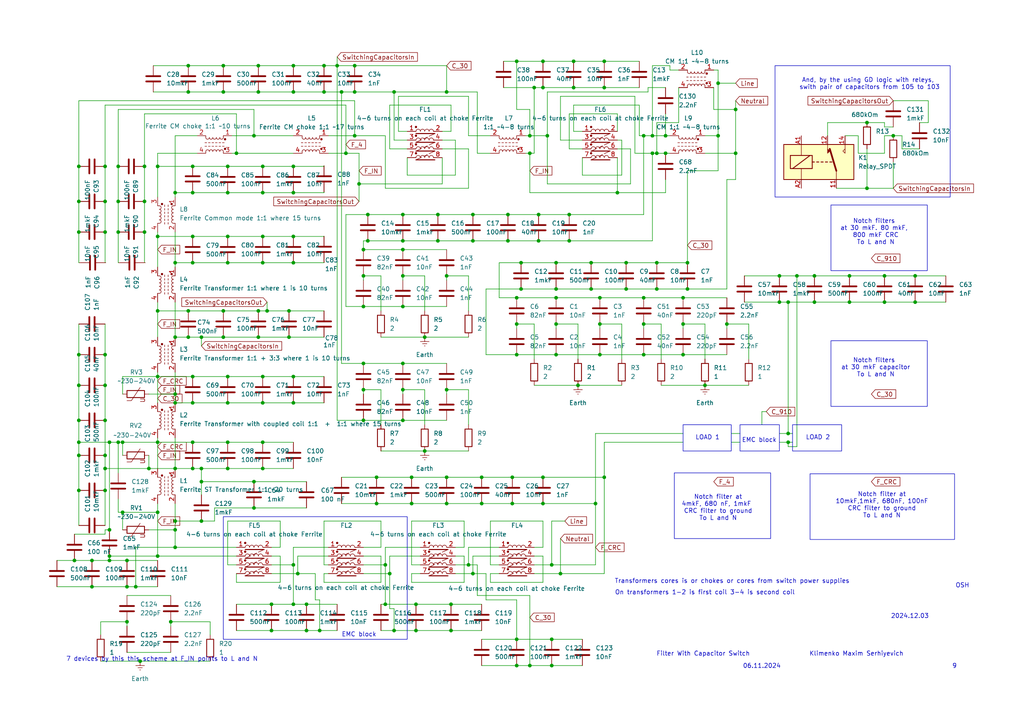
<source format=kicad_sch>
(kicad_sch (version 20231120) (generator "eeschema") (generator_version "8.0")
  (paper "A4")
  (junction (at 105.41 105.41))
  (junction (at 251.46 35.56))
  (junction (at 55.88 135.89))
  (junction (at 106.68 62.23))
  (junction (at 105.41 88.9))
  (junction (at 74.93 97.79))
  (junction (at 50.8 97.79))
  (junction (at 78.74 175.26))
  (junction (at 236.22 87.63))
  (junction (at 64.77 97.79))
  (junction (at 265.43 80.01))
  (junction (at 50.8 55.88))
  (junction (at 85.09 48.26))
  (junction (at 259.08 39.37))
  (junction (at 189.23 39.37))
  (junction (at 45.72 48.26))
  (junction (at 26.67 162.56))
  (junction (at 139.7 146.05))
  (junction (at 116.84 69.85))
  (junction (at 116.84 105.41))
  (junction (at 166.37 17.78))
  (junction (at 213.36 31.75))
  (junction (at 116.84 121.92))
  (junction (at 55.88 128.27))
  (junction (at 226.06 87.63))
  (junction (at 111.76 163.83))
  (junction (at 30.48 111.76))
  (junction (at 246.38 87.63))
  (junction (at 157.48 25.4))
  (junction (at 120.65 175.26))
  (junction (at 85.09 55.88))
  (junction (at 123.19 97.79))
  (junction (at 22.86 132.08))
  (junction (at 30.48 48.26))
  (junction (at 50.8 151.13))
  (junction (at 35.56 148.59))
  (junction (at 34.29 58.42))
  (junction (at 85.09 163.83))
  (junction (at 135.89 163.83))
  (junction (at 34.29 67.31))
  (junction (at 173.99 102.87))
  (junction (at 204.47 111.76))
  (junction (at 66.04 68.58))
  (junction (at 88.9 175.26))
  (junction (at 119.38 146.05))
  (junction (at 160.02 163.83))
  (junction (at 256.54 87.63))
  (junction (at 76.2 55.88))
  (junction (at 22.86 58.42))
  (junction (at 157.48 17.78))
  (junction (at 129.54 113.03))
  (junction (at 105.41 72.39))
  (junction (at 83.82 90.17))
  (junction (at 123.19 130.81))
  (junction (at 58.42 151.13))
  (junction (at 149.86 193.04))
  (junction (at 171.45 76.2))
  (junction (at 190.5 83.82))
  (junction (at 102.87 19.05))
  (junction (at 40.64 191.77))
  (junction (at 55.88 76.2))
  (junction (at 210.82 93.98))
  (junction (at 76.2 116.84))
  (junction (at 105.41 80.01))
  (junction (at 86.36 166.37))
  (junction (at 31.75 128.27))
  (junction (at 114.3 26.67))
  (junction (at 45.72 90.17))
  (junction (at 31.75 153.67))
  (junction (at 129.54 138.43))
  (junction (at 85.09 19.05))
  (junction (at 120.65 182.88))
  (junction (at 76.2 76.2))
  (junction (at 161.29 76.2))
  (junction (at 74.93 90.17))
  (junction (at 114.3 182.88))
  (junction (at 66.04 48.26))
  (junction (at 58.42 139.7))
  (junction (at 160.02 193.04))
  (junction (at 74.93 26.67))
  (junction (at 151.13 76.2))
  (junction (at 116.84 72.39))
  (junction (at 198.12 102.87))
  (junction (at 171.45 83.82))
  (junction (at 179.07 55.88))
  (junction (at 58.42 97.79))
  (junction (at 116.84 88.9))
  (junction (at 199.39 83.82))
  (junction (at 55.88 68.58))
  (junction (at 50.8 153.67))
  (junction (at 73.66 147.32))
  (junction (at 66.04 55.88))
  (junction (at 50.8 76.2))
  (junction (at 165.1 62.23))
  (junction (at 85.09 26.67))
  (junction (at 181.61 76.2))
  (junction (at 97.79 19.05))
  (junction (at 30.48 121.92))
  (junction (at 54.61 19.05))
  (junction (at 36.83 170.18))
  (junction (at 236.22 80.01))
  (junction (at 55.88 55.88))
  (junction (at 130.81 175.26))
  (junction (at 161.29 93.98))
  (junction (at 186.69 86.36))
  (junction (at 31.75 162.56))
  (junction (at 139.7 138.43))
  (junction (at 64.77 26.67))
  (junction (at 149.86 17.78))
  (junction (at 83.82 97.79))
  (junction (at 208.28 24.13))
  (junction (at 76.2 48.26))
  (junction (at 116.84 80.01))
  (junction (at 137.16 62.23))
  (junction (at 49.53 180.34))
  (junction (at 189.23 44.45))
  (junction (at 113.03 166.37))
  (junction (at 119.38 138.43))
  (junction (at 73.66 39.37))
  (junction (at 93.98 19.05))
  (junction (at 34.29 128.27))
  (junction (at 166.37 25.4))
  (junction (at 85.09 175.26))
  (junction (at 153.67 44.45))
  (junction (at 30.48 132.08))
  (junction (at 106.68 69.85))
  (junction (at 109.22 138.43))
  (junction (at 102.87 39.37))
  (junction (at 116.84 62.23))
  (junction (at 160.02 185.42))
  (junction (at 102.87 26.67))
  (junction (at 153.67 39.37))
  (junction (at 105.41 113.03))
  (junction (at 30.48 58.42))
  (junction (at 30.48 102.87))
  (junction (at 158.75 39.37))
  (junction (at 45.72 148.59))
  (junction (at 78.74 182.88))
  (junction (at 190.5 44.45))
  (junction (at 157.48 146.05))
  (junction (at 64.77 19.05))
  (junction (at 22.86 128.27))
  (junction (at 154.94 25.4))
  (junction (at 137.16 69.85))
  (junction (at 22.86 142.24))
  (junction (at 149.86 102.87))
  (junction (at 226.06 80.01))
  (junction (at 92.71 182.88))
  (junction (at 213.36 44.45))
  (junction (at 68.58 44.45))
  (junction (at 105.41 121.92))
  (junction (at 85.09 109.22))
  (junction (at 85.09 116.84))
  (junction (at 228.6 128.27))
  (junction (at 151.13 83.82))
  (junction (at 173.99 86.36))
  (junction (at 161.29 102.87))
  (junction (at 50.8 114.3))
  (junction (at 73.66 139.7))
  (junction (at 246.38 80.01))
  (junction (at 64.77 90.17))
  (junction (at 147.32 69.85))
  (junction (at 55.88 109.22))
  (junction (at 104.14 53.34))
  (junction (at 193.04 39.37))
  (junction (at 36.83 180.34))
  (junction (at 30.48 135.89))
  (junction (at 22.86 111.76))
  (junction (at 76.2 68.58))
  (junction (at 54.61 90.17))
  (junction (at 129.54 26.67))
  (junction (at 186.69 93.98))
  (junction (at 45.72 68.58))
  (junction (at 148.59 138.43))
  (junction (at 54.61 26.67))
  (junction (at 21.59 162.56))
  (junction (at 26.67 170.18))
  (junction (at 54.61 97.79))
  (junction (at 85.09 76.2))
  (junction (at 149.86 185.42))
  (junction (at 130.81 182.88))
  (junction (at 161.29 86.36))
  (junction (at 22.86 48.26))
  (junction (at 193.04 44.45))
  (junction (at 228.6 125.73))
  (junction (at 173.99 93.98))
  (junction (at 36.83 162.56))
  (junction (at 156.21 69.85))
  (junction (at 198.12 86.36))
  (junction (at 231.14 80.01))
  (junction (at 251.46 54.61))
  (junction (at 50.8 116.84))
  (junction (at 129.54 80.01))
  (junction (at 175.26 138.43))
  (junction (at 228.6 87.63))
  (junction (at 93.98 26.67))
  (junction (at 149.86 86.36))
  (junction (at 22.86 121.92))
  (junction (at 85.09 68.58))
  (junction (at 58.42 135.89))
  (junction (at 22.86 67.31))
  (junction (at 43.18 135.89))
  (junction (at 45.72 109.22))
  (junction (at 66.04 109.22))
  (junction (at 148.59 146.05))
  (junction (at 74.93 19.05))
  (junction (at 41.91 67.31))
  (junction (at 153.67 193.04))
  (junction (at 66.04 116.84))
  (junction (at 22.86 102.87))
  (junction (at 186.69 102.87))
  (junction (at 50.8 135.89))
  (junction (at 116.84 113.03))
  (junction (at 175.26 25.4))
  (junction (at 129.54 146.05))
  (junction (at 77.47 90.17))
  (junction (at 66.04 128.27))
  (junction (at 31.75 161.29))
  (junction (at 175.26 17.78))
  (junction (at 161.29 83.82))
  (junction (at 147.32 62.23))
  (junction (at 109.22 146.05))
  (junction (at 127 69.85))
  (junction (at 41.91 48.26))
  (junction (at 111.76 175.26))
  (junction (at 39.37 170.18))
  (junction (at 99.06 26.67))
  (junction (at 66.04 135.89))
  (junction (at 190.5 76.2))
  (junction (at 137.16 166.37))
  (junction (at 181.61 83.82))
  (junction (at 172.72 146.05))
  (junction (at 76.2 109.22))
  (junction (at 55.88 116.84))
  (junction (at 45.72 161.29))
  (junction (at 256.54 80.01))
  (junction (at 88.9 182.88))
  (junction (at 35.56 128.27))
  (junction (at 198.12 93.98))
  (junction (at 186.69 39.37))
  (junction (at 165.1 69.85))
  (junction (at 45.72 128.27))
  (junction (at 41.91 58.42))
  (junction (at 149.86 93.98))
  (junction (at 50.8 158.75))
  (junction (at 76.2 128.27))
  (junction (at 30.48 67.31))
  (junction (at 100.33 44.45))
  (junction (at 157.48 138.43))
  (junction (at 66.04 76.2))
  (junction (at 34.29 48.26))
  (junction (at 55.88 48.26))
  (junction (at 76.2 135.89))
  (junction (at 156.21 62.23))
  (junction (at 265.43 87.63))
  (junction (at 30.48 142.24))
  (junction (at 199.39 76.2))
  (junction (at 127 62.23))
  (junction (at 162.56 166.37))
  (junction (at 208.28 39.37))
  (junction (at 167.64 111.76))
  (wire (pts (xy 62.23 147.32) (xy 62.23 151.13)))
  (wire (pts (xy 81.28 168.91) (xy 68.58 168.91)))
  (wire (pts (xy 30.48 76.2) (xy 30.6666 76.2)))
  (wire (pts (xy 157.48 17.78) (xy 166.37 17.78)))
  (wire (pts (xy 259.08 39.37) (xy 261.62 39.37)))
  (wire (pts (xy 76.2 135.89) (xy 85.09 135.89)))
  (wire (pts (xy 105.41 105.41) (xy 99.06 105.41)))
  (wire (pts (xy 105.41 80.01) (xy 105.41 81.28)))
  (wire (pts (xy 64.77 97.79) (xy 74.93 97.79)))
  (wire (pts (xy 81.28 151.13) (xy 66.04 151.13)))
  (wire (pts (xy 157.48 146.05) (xy 172.72 146.05)))
  (wire (pts (xy 22.86 132.08) (xy 22.86 128.27)))
  (wire (pts (xy 144.78 86.36) (xy 144.78 76.2)))
  (wire (pts (xy 251.46 54.61) (xy 251.46 43.18)))
  (wire (pts (xy 151.13 83.82) (xy 161.29 83.82)))
  (wire (pts (xy 58.42 139.7) (xy 73.66 139.7)))
  (wire (pts (xy 45.72 161.29) (xy 68.58 161.29)))
  (wire (pts (xy 78.74 166.37) (xy 86.36 166.37)))
  (wire (pts (xy 93.98 48.26) (xy 93.98 48.0734)))
  (wire (pts (xy 157.48 158.75) (xy 157.48 151.13)))
  (wire (pts (xy 111.76 163.83) (xy 111.76 158.75)))
  (wire (pts (xy 116.84 121.92) (xy 129.54 121.92)))
  (wire (pts (xy 45.72 48.26) (xy 45.72 57.15)))
  (wire (pts (xy 34.29 148.59) (xy 35.56 148.59)))
  (wire (pts (xy 119.38 168.91) (xy 134.62 168.91)))
  (wire (pts (xy 212.09 125.73) (xy 214.63 125.73)))
  (wire (pts (xy 78.74 163.83) (xy 85.09 163.83)))
  (wire (pts (xy 269.24 29.21) (xy 269.24 35.56)))
  (wire (pts (xy 29.21 191.77) (xy 40.64 191.77)))
  (wire (pts (xy 123.19 130.81) (xy 135.89 130.81)))
  (wire (pts (xy 55.88 48.26) (xy 55.88 48.0734)))
  (wire (pts (xy 137.16 166.37) (xy 137.16 161.29)))
  (wire (pts (xy 77.47 87.63) (xy 77.47 90.17)))
  (wire (pts (xy 213.36 29.21) (xy 213.36 31.75)))
  (wire (pts (xy 154.94 166.37) (xy 162.56 166.37)))
  (wire (pts (xy 207.01 20.32) (xy 208.28 20.32)))
  (wire (pts (xy 105.41 158.75) (xy 110.49 158.75)))
  (wire (pts (xy 45.72 109.22) (xy 45.72 107.95)))
  (wire (pts (xy 231.14 80.01) (xy 231.14 129.54)))
  (wire (pts (xy 154.94 163.83) (xy 160.02 163.83)))
  (wire (pts (xy 30.48 58.42) (xy 30.48 67.31)))
  (wire (pts (xy 97.79 16.51) (xy 97.79 19.05)))
  (wire (pts (xy 31.75 161.29) (xy 31.75 162.56)))
  (wire (pts (xy 45.72 127) (xy 45.72 128.27)))
  (wire (pts (xy 76.2 76.2) (xy 85.09 76.2)))
  (wire (pts (xy 213.36 31.75) (xy 213.36 44.45)))
  (wire (pts (xy 116.84 69.85) (xy 127 69.85)))
  (wire (pts (xy 45.72 48.26) (xy 55.88 48.26)))
  (wire (pts (xy 45.72 44.45) (xy 45.72 48.26)))
  (wire (pts (xy 50.8 158.75) (xy 68.58 158.75)))
  (wire (pts (xy 68.58 44.45) (xy 85.09 44.45)))
  (wire (pts (xy 165.1 43.18) (xy 168.91 43.18)))
  (wire (pts (xy 64.77 90.17) (xy 74.93 90.17)))
  (wire (pts (xy 175.26 138.43) (xy 175.26 166.37)))
  (wire (pts (xy 111.76 39.37) (xy 102.87 39.37)))
  (wire (pts (xy 259.08 46.99) (xy 259.08 54.61)))
  (wire (pts (xy 76.2 128.27) (xy 85.09 128.27)))
  (wire (pts (xy 73.66 147.32) (xy 88.9 147.32)))
  (wire (pts (xy 50.8 127) (xy 50.8 135.89)))
  (wire (pts (xy 55.88 55.88) (xy 66.04 55.88)))
  (wire (pts (xy 144.78 76.2) (xy 151.13 76.2)))
  (wire (pts (xy 105.41 72.39) (xy 105.41 69.85)))
  (wire (pts (xy 129.54 80.01) (xy 129.54 81.28)))
  (wire (pts (xy 45.72 109.22) (xy 55.88 109.22)))
  (wire (pts (xy 41.91 58.42) (xy 41.91 67.31)))
  (wire (pts (xy 85.09 163.83) (xy 85.09 175.26)))
  (wire (pts (xy 139.7 185.42) (xy 149.86 185.42)))
  (wire (pts (xy 123.19 80.01) (xy 123.19 90.17)))
  (wire (pts (xy 147.32 62.23) (xy 156.21 62.23)))
  (wire (pts (xy 110.49 168.91) (xy 110.49 161.29)))
  (wire (pts (xy 58.42 151.13) (xy 62.23 151.13)))
  (wire (pts (xy 40.64 191.77) (xy 60.96 191.77)))
  (wire (pts (xy 172.72 125.73) (xy 198.12 125.73)))
  (wire (pts (xy 54.61 19.05) (xy 64.77 19.05)))
  (wire (pts (xy 166.37 17.78) (xy 175.26 17.78)))
  (wire (pts (xy 93.98 19.05) (xy 97.79 19.05)))
  (wire (pts (xy 161.29 76.2) (xy 171.45 76.2)))
  (wire (pts (xy 162.56 27.94) (xy 162.56 40.64)))
  (wire (pts (xy 55.88 55.88) (xy 55.88 55.6934)))
  (wire (pts (xy 88.9 175.26) (xy 97.79 175.26)))
  (wire (pts (xy 228.6 128.27) (xy 229.87 128.27)))
  (wire (pts (xy 93.98 151.13) (xy 93.98 163.83)))
  (wire (pts (xy 85.09 116.84) (xy 93.98 116.84)))
  (wire (pts (xy 265.43 87.63) (xy 274.32 87.63)))
  (wire (pts (xy 50.8 87.63) (xy 50.8 97.79)))
  (wire (pts (xy 100.33 62.23) (xy 106.68 62.23)))
  (wire (pts (xy 34.29 58.42) (xy 34.29 67.31)))
  (wire (pts (xy 210.82 93.98) (xy 210.82 95.25)))
  (wire (pts (xy 196.85 25.4) (xy 196.85 35.56)))
  (wire (pts (xy 36.83 172.72) (xy 49.53 172.72)))
  (wire (pts (xy 54.61 90.17) (xy 64.77 90.17)))
  (wire (pts (xy 110.49 130.81) (xy 123.19 130.81)))
  (wire (pts (xy 149.86 193.04) (xy 153.67 193.04)))
  (wire (pts (xy 191.77 93.98) (xy 191.77 104.14)))
  (wire (pts (xy 92.71 173.99) (xy 92.71 182.88)))
  (wire (pts (xy 193.04 39.37) (xy 189.23 39.37)))
  (wire (pts (xy 88.9 182.88) (xy 92.71 182.88)))
  (wire (pts (xy 31.75 128.27) (xy 31.75 153.67)))
  (wire (pts (xy 85.09 109.22) (xy 93.98 109.22)))
  (wire (pts (xy 41.91 48.26) (xy 41.91 33.02)))
  (wire (pts (xy 154.94 161.29) (xy 157.48 161.29)))
  (wire (pts (xy 105.41 113.03) (xy 110.49 113.03)))
  (wire (pts (xy 58.42 135.89) (xy 66.04 135.89)))
  (wire (pts (xy 198.12 93.98) (xy 204.47 93.98)))
  (wire (pts (xy 22.86 111.76) (xy 22.86 121.92)))
  (wire (pts (xy 30.48 135.89) (xy 30.48 132.08)))
  (wire (pts (xy 153.67 31.75) (xy 153.67 39.37)))
  (wire (pts (xy 146.05 17.78) (xy 149.86 17.78)))
  (wire (pts (xy 105.41 88.9) (xy 100.33 88.9)))
  (wire (pts (xy 110.49 97.79) (xy 123.19 97.79)))
  (wire (pts (xy 135.89 27.94) (xy 115.57 27.94)))
  (wire (pts (xy 149.86 17.78) (xy 157.48 17.78)))
  (wire (pts (xy 30.48 48.26) (xy 30.48 30.48)))
  (wire (pts (xy 180.34 50.8) (xy 168.91 50.8)))
  (wire (pts (xy 228.6 129.54) (xy 228.6 128.27)))
  (wire (pts (xy 190.5 83.82) (xy 199.39 83.82)))
  (wire (pts (xy 49.53 180.34) (xy 60.96 180.34)))
  (wire (pts (xy 215.9 87.63) (xy 226.06 87.63)))
  (wire (pts (xy 140.97 83.82) (xy 151.13 83.82)))
  (wire (pts (xy 149.86 93.98) (xy 149.86 95.25)))
  (wire (pts (xy 210.82 52.07) (xy 213.36 52.07)))
  (wire (pts (xy 215.9 80.01) (xy 226.06 80.01)))
  (wire (pts (xy 110.49 113.03) (xy 110.49 123.19)))
  (wire (pts (xy 149.86 102.87) (xy 161.29 102.87)))
  (wire (pts (xy 110.49 80.01) (xy 110.49 90.17)))
  (wire (pts (xy 55.88 135.89) (xy 58.42 135.89)))
  (wire (pts (xy 115.57 38.1) (xy 118.11 38.1)))
  (wire (pts (xy 175.26 17.78) (xy 185.42 17.78)))
  (wire (pts (xy 166.37 38.1) (xy 168.91 38.1)))
  (wire (pts (xy 128.27 43.18) (xy 135.89 43.18)))
  (wire (pts (xy 175.26 166.37) (xy 162.56 166.37)))
  (wire (pts (xy 29.21 180.34) (xy 36.83 180.34)))
  (wire (pts (xy 179.07 33.02) (xy 165.1 33.02)))
  (wire (pts (xy 165.1 33.02) (xy 165.1 43.18)))
  (wire (pts (xy 35.56 128.27) (xy 35.56 132.08)))
  (wire (pts (xy 135.89 163.83) (xy 135.89 158.75)))
  (wire (pts (xy 55.88 68.58) (xy 66.04 68.58)))
  (wire (pts (xy 132.08 163.83) (xy 135.89 163.83)))
  (wire (pts (xy 175.26 128.27) (xy 198.12 128.27)))
  (wire (pts (xy 45.72 128.27) (xy 45.72 135.89)))
  (wire (pts (xy 193.04 25.4) (xy 187.96 25.4)))
  (wire (pts (xy 204.47 39.37) (xy 208.28 39.37)))
  (wire (pts (xy 119.38 151.13) (xy 119.38 163.83)))
  (wire (pts (xy 22.86 111.76) (xy 22.86 102.87)))
  (wire (pts (xy 104.14 44.45) (xy 100.33 44.45)))
  (wire (pts (xy 135.89 80.01) (xy 135.89 90.17)))
  (wire (pts (xy 190.5 76.2) (xy 199.39 76.2)))
  (wire (pts (xy 55.88 109.22) (xy 66.04 109.22)))
  (wire (pts (xy 132.08 50.8) (xy 118.11 50.8)))
  (wire (pts (xy 134.62 161.29) (xy 134.62 168.91)))
  (wire (pts (xy 148.59 146.05) (xy 157.48 146.05)))
  (wire (pts (xy 45.72 68.58) (xy 45.72 77.47)))
  (wire (pts (xy 245.11 39.37) (xy 248.92 39.37)))
  (wire (pts (xy 29.21 180.34) (xy 29.21 184.15)))
  (wire (pts (xy 142.24 151.13) (xy 142.24 163.83)))
  (wire (pts (xy 236.22 87.63) (xy 246.38 87.63)))
  (wire (pts (xy 242.57 54.61) (xy 251.46 54.61)))
  (wire (pts (xy 190.5 44.45) (xy 189.23 44.45)))
  (wire (pts (xy 50.8 67.31) (xy 50.8 76.2)))
  (wire (pts (xy 139.7 138.43) (xy 148.59 138.43)))
  (wire (pts (xy 83.82 90.17) (xy 93.98 90.17)))
  (wire (pts (xy 109.22 138.43) (xy 119.38 138.43)))
  (wire (pts (xy 193.04 44.45) (xy 190.5 44.45)))
  (wire (pts (xy 256.54 80.01) (xy 265.43 80.01)))
  (wire (pts (xy 190.5 44.45) (xy 190.5 35.56)))
  (wire (pts (xy 21.59 154.94) (xy 30.48 154.94)))
  (wire (pts (xy 220.98 119.38) (xy 220.98 123.19)))
  (wire (pts (xy 130.81 175.26) (xy 139.7 175.26)))
  (wire (pts (xy 30.48 30.48) (xy 100.33 30.48)))
  (wire (pts (xy 66.04 55.88) (xy 76.2 55.88)))
  (wire (pts (xy 22.86 76.2) (xy 23.0466 76.2)))
  (wire (pts (xy 39.37 170.18) (xy 45.72 170.18)))
  (wire (pts (xy 86.36 166.37) (xy 91.44 166.37)))
  (wire (pts (xy 167.64 93.98) (xy 167.64 104.14)))
  (wire (pts (xy 185.42 30.48) (xy 166.37 30.48)))
  (wire (pts (xy 208.28 39.37) (xy 208.28 49.53)))
  (wire (pts (xy 66.04 128.27) (xy 76.2 128.27)))
  (wire (pts (xy 50.8 107.95) (xy 50.8 114.3)))
  (wire (pts (xy 45.72 87.63) (xy 45.72 90.17)))
  (wire (pts (xy 248.92 39.37) (xy 248.92 44.45)))
  (wire (pts (xy 129.54 113.03) (xy 135.89 113.03)))
  (wire (pts (xy 57.15 44.45) (xy 45.72 44.45)))
  (wire (pts (xy 172.72 163.83) (xy 160.02 163.83)))
  (wire (pts (xy 113.03 166.37) (xy 113.03 176.53)))
  (wire (pts (xy 162.56 40.64) (xy 168.91 40.64)))
  (wire (pts (xy 194.31 39.37) (xy 193.04 39.37)))
  (wire (pts (xy 93.98 168.91) (xy 110.49 168.91)))
  (wire (pts (xy 222.25 119.38) (xy 220.98 119.38)))
  (wire (pts (xy 228.6 87.63) (xy 236.22 87.63)))
  (wire (pts (xy 50.8 76.2) (xy 50.8 77.47)))
  (wire (pts (xy 130.81 182.88) (xy 139.7 182.88)))
  (wire (pts (xy 113.03 43.18) (xy 118.11 43.18)))
  (wire (pts (xy 135.89 158.75) (xy 144.78 158.75)))
  (wire (pts (xy 74.93 19.05) (xy 85.09 19.05)))
  (wire (pts (xy 50.8 55.88) (xy 50.8 57.15)))
  (wire (pts (xy 186.69 39.37) (xy 186.69 62.23)))
  (wire (pts (xy 161.29 102.87) (xy 173.99 102.87)))
  (wire (pts (xy 204.47 93.98) (xy 204.47 104.14)))
  (wire (pts (xy 106.68 62.23) (xy 116.84 62.23)))
  (wire (pts (xy 119.38 168.91) (xy 119.38 166.37)))
  (wire (pts (xy 179.07 55.88) (xy 193.04 55.88)))
  (wire (pts (xy 111.76 175.26) (xy 120.65 175.26)))
  (wire (pts (xy 256.54 39.37) (xy 259.08 39.37)))
  (wire (pts (xy 191.77 111.76) (xy 204.47 111.76)))
  (wire (pts (xy 194.31 44.45) (xy 193.04 44.45)))
  (wire (pts (xy 210.82 93.98) (xy 217.17 93.98)))
  (wire (pts (xy 99.06 105.41) (xy 99.06 26.67)))
  (wire (pts (xy 104.14 53.34) (xy 104.14 58.42)))
  (wire (pts (xy 102.87 29.21) (xy 22.86 29.21)))
  (wire (pts (xy 110.49 151.13) (xy 93.98 151.13)))
  (wire (pts (xy 58.42 139.7) (xy 58.42 143.51)))
  (wire (pts (xy 86.36 161.29) (xy 95.25 161.29)))
  (wire (pts (xy 167.64 111.76) (xy 180.34 111.76)))
  (wire (pts (xy 50.8 76.2) (xy 55.88 76.2)))
  (wire (pts (xy 58.42 135.89) (xy 58.42 139.7)))
  (wire (pts (xy 35.56 148.59) (xy 35.56 153.67)))
  (wire (pts (xy 179.07 45.72) (xy 179.07 55.88)))
  (wire (pts (xy 175.26 25.4) (xy 185.42 25.4)))
  (wire (pts (xy 251.46 35.56) (xy 256.54 35.56)))
  (wire (pts (xy 186.69 39.37) (xy 185.42 39.37)))
  (wire (pts (xy 58.42 97.79) (xy 58.42 100.33)))
  (wire (pts (xy 129.54 26.67) (xy 114.3 26.67)))
  (wire (pts (xy 160.02 151.13) (xy 163.83 151.13)))
  (wire (pts (xy 158.75 53.34) (xy 158.75 39.37)))
  (wire (pts (xy 194.31 20.32) (xy 194.31 19.05)))
  (wire (pts (xy 44.45 19.05) (xy 54.61 19.05)))
  (wire (pts (xy 41.91 48.26) (xy 41.91 58.42)))
  (wire (pts (xy 199.39 76.2) (xy 199.39 49.53)))
  (wire (pts (xy 149.86 17.78) (xy 149.86 31.75)))
  (wire (pts (xy 93.98 76.2) (xy 93.98 76.1258)))
  (wire (pts (xy 173.99 93.98) (xy 173.99 95.25)))
  (wire (pts (xy 30.48 102.87) (xy 30.48 111.76)))
  (wire (pts (xy 31.75 128.27) (xy 34.29 128.27)))
  (wire (pts (xy 115.57 27.94) (xy 115.57 38.1)))
  (wire (pts (xy 114.3 40.64) (xy 118.11 40.64)))
  (wire (pts (xy 199.39 49.53) (xy 208.28 49.53)))
  (wire (pts (xy 93.98 163.83) (xy 95.25 163.83)))
  (wire (pts (xy 119.38 146.05) (xy 129.54 146.05)))
  (wire (pts (xy 93.98 26.67) (xy 99.06 26.67)))
  (wire (pts (xy 149.86 93.98) (xy 154.94 93.98)))
  (wire (pts (xy 54.61 26.67) (xy 64.77 26.67)))
  (wire (pts (xy 30.48 121.92) (xy 30.48 111.76)))
  (wire (pts (xy 199.39 83.82) (xy 210.82 83.82)))
  (wire (pts (xy 123.19 113.03) (xy 123.19 123.19)))
  (wire (pts (xy 16.51 170.18) (xy 26.67 170.18)))
  (wire (pts (xy 180.34 40.64) (xy 180.34 50.8)))
  (wire (pts (xy 120.65 182.88) (xy 130.81 182.88)))
  (wire (pts (xy 39.37 158.75) (xy 50.8 158.75)))
  (wire (pts (xy 171.45 83.82) (xy 181.61 83.82)))
  (wire (pts (xy 85.09 26.67) (xy 93.98 26.67)))
  (wire (pts (xy 156.21 69.85) (xy 165.1 69.85)))
  (wire (pts (xy 26.67 170.18) (xy 36.83 170.18)))
  (wire (pts (xy 102.87 39.37) (xy 95.25 39.37)))
  (wire (pts (xy 148.59 138.43) (xy 157.48 138.43)))
  (wire (pts (xy 58.42 97.79) (xy 64.77 97.79)))
  (wire (pts (xy 99.06 26.67) (xy 102.87 26.67)))
  (wire (pts (xy 67.31 39.37) (xy 73.66 39.37)))
  (wire (pts (xy 102.87 39.37) (xy 102.87 29.21)))
  (wire (pts (xy 55.88 116.84) (xy 66.04 116.84)))
  (wire (pts (xy 198.12 86.36) (xy 210.82 86.36)))
  (wire (pts (xy 153.67 44.45) (xy 152.4 44.45)))
  (wire (pts (xy 129.54 138.43) (xy 139.7 138.43)))
  (wire (pts (xy 151.13 76.2) (xy 161.29 76.2)))
  (wire (pts (xy 36.83 170.18) (xy 39.37 170.18)))
  (wire (pts (xy 50.8 116.84) (xy 55.88 116.84)))
  (wire (pts (xy 179.07 38.1) (xy 179.07 33.02)))
  (wire (pts (xy 265.43 80.01) (xy 274.32 80.01)))
  (wire (pts (xy 157.48 151.13) (xy 142.24 151.13)))
  (wire (pts (xy 149.86 86.36) (xy 144.78 86.36)))
  (wire (pts (xy 16.51 162.56) (xy 21.59 162.56)))
  (wire (pts (xy 45.72 67.31) (xy 45.72 68.58)))
  (wire (pts (xy 128.27 38.1) (xy 130.81 38.1)))
  (wire (pts (xy 34.29 144.78) (xy 34.29 148.59)))
  (wire (pts (xy 259.08 29.21) (xy 269.24 29.21)))
  (wire (pts (xy 137.16 62.23) (xy 147.32 62.23)))
  (wire (pts (xy 66.04 116.84) (xy 76.2 116.84)))
  (wire (pts (xy 127 62.23) (xy 137.16 62.23)))
  (wire (pts (xy 175.26 138.43) (xy 175.26 128.27)))
  (wire (pts (xy 60.96 180.34) (xy 60.96 184.15)))
  (wire (pts (xy 45.72 90.17) (xy 45.72 97.79)))
  (wire (pts (xy 105.41 121.92) (xy 116.84 121.92)))
  (wire (pts (xy 45.72 109.22) (xy 45.72 116.84)))
  (wire (pts (xy 226.06 87.63) (xy 228.6 87.63)))
  (wire (pts (xy 189.23 19.05) (xy 189.23 39.37)))
  (wire (pts (xy 30.48 154.94) (xy 30.48 153.67)))
  (wire (pts (xy 110.49 182.88) (xy 114.3 182.88)))
  (wire (pts (xy 208.28 20.32) (xy 208.28 24.13)))
  (wire (pts (xy 166.37 30.48) (xy 166.37 38.1)))
  (wire (pts (xy 85.09 55.88) (xy 93.98 55.88)))
  (wire (pts (xy 140.97 102.87) (xy 149.86 102.87)))
  (wire (pts (xy 111.76 163.83) (xy 111.76 175.26)))
  (wire (pts (xy 66.04 151.13) (xy 66.04 163.83)))
  (wire (pts (xy 128.27 45.72) (xy 128.27 53.34)))
  (wire (pts (xy 168.91 50.8) (xy 168.91 45.72)))
  (wire (pts (xy 92.71 182.88) (xy 97.79 182.88)))
  (wire (pts (xy 128.27 53.34) (xy 104.14 53.34)))
  (wire (pts (xy 93.98 68.58) (xy 93.98 68.5058)))
  (wire (pts (xy 137.16 166.37) (xy 140.97 166.37)))
  (wire (pts (xy 132.08 166.37) (xy 137.16 166.37)))
  (wire (pts (xy 78.74 158.75) (xy 81.28 158.75)))
  (wire (pts (xy 140.97 173.99) (xy 149.86 173.99)))
  (wire (pts (xy 43.18 114.3) (xy 50.8 114.3)))
  (wire (pts (xy 50.8 153.67) (xy 50.8 158.75)))
  (wire (pts (xy 154.94 44.45) (xy 153.67 44.45)))
  (wire (pts (xy 137.16 69.85) (xy 147.32 69.85)))
  (wire (pts (xy 187.96 26.67) (xy 158.75 26.67)))
  (wire (pts (xy 113.03 30.48) (xy 113.03 43.18)))
  (wire (pts (xy 186.69 93.98) (xy 191.77 93.98)))
  (wire (pts (xy 26.67 162.56) (xy 31.75 162.56)))
  (wire (pts (xy 181.61 76.2) (xy 190.5 76.2)))
  (wire (pts (xy 50.8 97.79) (xy 54.61 97.79)))
  (wire (pts (xy 213.36 24.13) (xy 208.28 24.13)))
  (wire (pts (xy 231.14 129.54) (xy 228.6 129.54)))
  (wire (pts (xy 158.75 39.37) (xy 153.67 39.37)))
  (wire (pts (xy 36.83 162.56) (xy 45.72 162.56)))
  (wire (pts (xy 134.62 151.13) (xy 119.38 151.13)))
  (wire (pts (xy 128.27 40.64) (xy 132.08 40.64)))
  (wire (pts (xy 114.3 182.88) (xy 120.65 182.88)))
  (wire (pts (xy 184.15 27.94) (xy 162.56 27.94)))
  (wire (pts (xy 261.62 43.18) (xy 266.7 43.18)))
  (wire (pts (xy 204.47 44.45) (xy 213.36 44.45)))
  (wire (pts (xy 116.84 62.23) (xy 127 62.23)))
  (wire (pts (xy 198.12 102.87) (xy 210.82 102.87)))
  (wire (pts (xy 135.89 54.61) (xy 111.76 54.61)))
  (wire (pts (xy 50.8 114.3) (xy 50.8 116.84)))
  (wire (pts (xy 173.99 93.98) (xy 180.34 93.98)))
  (wire (pts (xy 105.41 163.83) (xy 111.76 163.83)))
  (wire (pts (xy 50.8 151.13) (xy 50.8 153.67)))
  (wire (pts (xy 139.7 146.05) (xy 148.59 146.05)))
  (wire (pts (xy 251.46 54.61) (xy 259.08 54.61)))
  (wire (pts (xy 99.06 138.43) (xy 109.22 138.43)))
  (wire (pts (xy 116.84 105.41) (xy 129.54 105.41)))
  (wire (pts (xy 116.84 113.03) (xy 116.84 114.3)))
  (wire (pts (xy 30.48 153.67) (xy 31.75 153.67)))
  (wire (pts (xy 81.28 158.75) (xy 81.28 151.13)))
  (wire (pts (xy 83.82 97.79) (xy 93.98 97.79)))
  (wire (pts (xy 85.09 163.83) (xy 85.09 158.75)))
  (wire (pts (xy 165.1 69.85) (xy 189.23 69.85)))
  (wire (pts (xy 74.93 97.79) (xy 83.82 97.79)))
  (wire (pts (xy 110.49 175.26) (xy 111.76 175.26)))
  (wire (pts (xy 35.56 128.27) (xy 45.72 128.27)))
  (wire (pts (xy 43.18 135.89) (xy 50.8 135.89)))
  (wire (pts (xy 34.29 76.2) (xy 34.4766 76.2)))
  (wire (pts (xy 45.72 146.05) (xy 45.72 148.59)))
  (wire (pts (xy 256.54 44.45) (xy 256.54 39.37)))
  (wire (pts (xy 157.48 25.4) (xy 166.37 25.4)))
  (wire (pts (xy 68.58 182.88) (xy 78.74 182.88)))
  (wire (pts (xy 154.94 111.76) (xy 167.64 111.76)))
  (wire (pts (xy 160.02 151.13) (xy 160.02 163.83)))
  (wire (pts (xy 102.87 26.67) (xy 114.3 26.67)))
  (wire (pts (xy 22.86 142.24) (xy 22.86 132.08)))
  (wire (pts (xy 64.77 19.05) (xy 74.93 19.05)))
  (wire (pts (xy 35.56 109.22) (xy 45.72 109.22)))
  (wire (pts (xy 113.03 166.37) (xy 113.03 161.29)))
  (wire (pts (xy 142.24 166.37) (xy 144.78 166.37)))
  (wire (pts (xy 22.86 152.4) (xy 22.86 142.24)))
  (wire (pts (xy 130.81 30.48) (xy 113.03 30.48)))
  (wire (pts (xy 68.58 33.02) (xy 68.58 44.45)))
  (wire (pts (xy 73.66 39.37) (xy 85.09 39.37)))
  (wire (pts (xy 74.93 26.67) (xy 85.09 26.67)))
  (wire (pts (xy 35.56 114.3) (xy 35.56 109.22)))
  (wire (pts (xy 85.09 19.05) (xy 93.98 19.05)))
  (wire (pts (xy 153.67 193.04) (xy 160.02 193.04)))
  (wire (pts (xy 105.41 166.37) (xy 113.03 166.37)))
  (wire (pts (xy 158.75 26.67) (xy 158.75 39.37)))
  (wire (pts (xy 78.74 161.29) (xy 81.28 161.29)))
  (wire (pts (xy 157.48 138.43) (xy 175.26 138.43)))
  (wire (pts (xy 180.34 93.98) (xy 180.34 104.14)))
  (wire (pts (xy 85.09 158.75) (xy 95.25 158.75)))
  (wire (pts (xy 22.86 76.2) (xy 22.86 67.31)))
  (wire (pts (xy 45.72 90.17) (xy 54.61 90.17)))
  (wire (pts (xy 73.66 139.7) (xy 88.9 139.7)))
  (wire (pts (xy 97.79 19.05) (xy 102.87 19.05)))
  (wire (pts (xy 99.06 146.05) (xy 109.22 146.05)))
  (wire (pts (xy 30.48 76.2) (xy 30.48 67.31)))
  (wire (pts (xy 97.79 19.05) (xy 97.79 121.92)))
  (wire (pts (xy 50.8 39.37) (xy 50.8 55.88)))
  (wire (pts (xy 246.38 87.63) (xy 256.54 87.63)))
  (wire (pts (xy 157.48 168.91) (xy 142.24 168.91)))
  (wire (pts (xy 21.59 162.56) (xy 26.67 162.56)))
  (wire (pts (xy 45.72 68.58) (xy 55.88 68.58)))
  (wire (pts (xy 105.41 72.39) (xy 116.84 72.39)))
  (wire (pts (xy 93.98 55.88) (xy 93.98 55.6934)))
  (wire (pts (xy 228.6 125.73) (xy 229.87 125.73)))
  (wire (pts (xy 129.54 19.05) (xy 129.54 26.67)))
  (wire (pts (xy 97.79 121.92) (xy 105.41 121.92)))
  (wire (pts (xy 157.48 161.29) (xy 157.48 168.91)))
  (wire (pts (xy 173.99 102.87) (xy 186.69 102.87)))
  (wire (pts (xy 184.15 44.45) (xy 184.15 27.94)))
  (wire (pts (xy 161.29 93.98) (xy 167.64 93.98)))
  (wire (pts (xy 153.67 172.72) (xy 138.43 172.72)))
  (wire (pts (xy 116.84 72.39) (xy 129.54 72.39)))
  (wire (pts (xy 66.04 76.2) (xy 76.2 76.2)))
  (wire (pts (xy 149.86 86.36) (xy 161.29 86.36)))
  (wire (pts (xy 91.44 166.37) (xy 91.44 173.99)))
  (wire (pts (xy 45.72 128.27) (xy 55.88 128.27)))
  (wire (pts (xy 49.53 180.34) (xy 49.53 181.61)))
  (wire (pts (xy 30.48 132.08) (xy 30.48 121.92)))
  (wire (pts (xy 78.74 182.88) (xy 88.9 182.88)))
  (wire (pts (xy 50.8 146.05) (xy 50.8 151.13)))
  (wire (pts (xy 132.08 40.64) (xy 132.08 50.8)))
  (wire (pts (xy 193.04 52.07) (xy 193.04 55.88)))
  (wire (pts (xy 104.14 53.34) (xy 104.14 44.45)))
  (wire (pts (xy 149.86 185.42) (xy 160.02 185.42)))
  (wire (pts (xy 95.25 166.37) (xy 93.98 166.37)))
  (wire (pts (xy 105.41 105.41) (xy 116.84 105.41)))
  (wire (pts (xy 85.09 68.58) (xy 93.98 68.58)))
  (wire (pts (xy 154.94 25.4) (xy 154.94 44.45)))
  (wire (pts (xy 22.86 29.21) (xy 22.86 48.26)))
  (wire (pts (xy 113.03 161.29) (xy 121.92 161.29)))
  (wire (pts (xy 66.04 48.26) (xy 76.2 48.26)))
  (wire (pts (xy 105.41 88.9) (xy 116.84 88.9)))
  (wire (pts (xy 116.84 80.01) (xy 123.19 80.01)))
  (wire (pts (xy 109.22 146.05) (xy 119.38 146.05)))
  (wire (pts (xy 147.32 69.85) (xy 156.21 69.85)))
  (wire (pts (xy 119.38 138.43) (xy 129.54 138.43)))
  (wire (pts (xy 105.41 161.29) (xy 110.49 161.29)))
  (wire (pts (xy 34.29 48.26) (xy 34.29 31.75)))
  (wire (pts (xy 66.04 68.58) (xy 76.2 68.58)))
  (wire (pts (xy 135.89 43.18) (xy 135.89 54.61)))
  (wire (pts (xy 31.75 162.56) (xy 36.83 162.56)))
  (wire (pts (xy 189.23 44.45) (xy 184.15 44.45)))
  (wire (pts (xy 39.37 158.75) (xy 39.37 170.18)))
  (wire (pts (xy 68.58 175.26) (xy 78.74 175.26)))
  (wire (pts (xy 156.21 62.23) (xy 165.1 62.23)))
  (wire (pts (xy 165.1 62.23) (xy 186.69 62.23)))
  (wire (pts (xy 228.6 87.63) (xy 228.6 125.73)))
  (wire (pts (xy 138.43 44.45) (xy 138.43 26.67)))
  (wire (pts (xy 129.54 113.03) (xy 129.54 114.3)))
  (wire (pts (xy 172.72 146.05) (xy 172.72 125.73)))
  (wire (pts (xy 139.7 193.04) (xy 149.86 193.04)))
  (wire (pts (xy 135.89 113.03) (xy 135.89 123.19)))
  (wire (pts (xy 34.29 31.75) (xy 73.66 31.75)))
  (wire (pts (xy 142.24 44.45) (xy 138.43 44.45)))
  (wire (pts (xy 41.91 67.31) (xy 41.91 76.2)))
  (wire (pts (xy 30.48 48.26) (xy 30.48 58.42)))
  (wire (pts (xy 106.68 69.85) (xy 116.84 69.85)))
  (wire (pts (xy 179.07 40.64) (xy 180.34 40.64)))
  (wire (pts (xy 146.05 25.4) (xy 154.94 25.4)))
  (wire (pts (xy 269.24 35.56) (xy 266.7 35.56)))
  (wire (pts (xy 102.87 19.05) (xy 129.54 19.05)))
  (wire (pts (xy 138.43 172.72) (xy 138.43 163.83)))
  (wire (pts (xy 91.44 173.99) (xy 92.71 173.99)))
  (wire (pts (xy 129.54 146.05) (xy 139.7 146.05)))
  (wire (pts (xy 248.92 44.45) (xy 256.54 44.45)))
  (wire (pts (xy 35.56 148.59) (xy 45.72 148.59)))
  (wire (pts (xy 142.24 163.83) (xy 144.78 163.83)))
  (wire (pts (xy 193.04 33.02) (xy 193.04 39.37)))
  (wire (pts (xy 226.06 80.01) (xy 231.14 80.01)))
  (wire (pts (xy 161.29 83.82) (xy 171.45 83.82)))
  (wire (pts (xy 212.09 128.27) (xy 214.63 128.27)))
  (wire (pts (xy 217.17 93.98) (xy 217.17 104.14)))
  (wire (pts (xy 149.86 173.99) (xy 149.86 185.42)))
  (wire (pts (xy 66.04 163.83) (xy 68.58 163.83)))
  (wire (pts (xy 231.14 80.01) (xy 236.22 80.01)))
  (wire (pts (xy 30.48 142.24) (xy 30.48 135.89)))
  (wire (pts (xy 78.74 175.26) (xy 85.09 175.26)))
  (wire (pts (xy 116.84 80.01) (xy 116.84 81.28)))
  (wire (pts (xy 138.43 163.83) (xy 135.89 163.83)))
  (wire (pts (xy 116.84 113.03) (xy 123.19 113.03)))
  (wire (pts (xy 181.61 83.82) (xy 190.5 83.82)))
  (wire (pts (xy 105.41 80.01) (xy 110.49 80.01)))
  (wire (pts (xy 137.16 161.29) (xy 144.78 161.29)))
  (wire (pts (xy 30.48 135.89) (xy 43.18 135.89)))
  (wire (pts (xy 154.94 93.98) (xy 154.94 104.14)))
  (wire (pts (xy 30.48 102.87) (xy 30.48 93.98)))
  (wire (pts (xy 105.41 113.03) (xy 105.41 114.3)))
  (wire (pts (xy 57.15 39.37) (xy 50.8 39.37)))
  (wire (pts (xy 77.47 90.17) (xy 83.82 90.17)))
  (wire (pts (xy 64.77 26.67) (xy 74.93 26.67)))
  (wire (pts (xy 100.33 44.45) (xy 95.25 44.45)))
  (wire (pts (xy 208.28 24.13) (xy 208.28 39.37)))
  (wire (pts (xy 114.3 26.67) (xy 114.3 40.64)))
  (wire (pts (xy 41.91 33.02) (xy 68.58 33.02)))
  (wire (pts (xy 93.98 166.37) (xy 93.98 168.91)))
  (wire (pts (xy 153.67 39.37) (xy 152.4 39.37)))
  (wire (pts (xy 226.06 125.73) (xy 228.6 125.73)))
  (wire (pts (xy 119.38 163.83) (xy 121.92 163.83)))
  (wire (pts (xy 256.54 87.63) (xy 265.43 87.63)))
  (wire (pts (xy 140.97 166.37) (xy 140.97 173.99)))
  (wire (pts (xy 153.67 172.72) (xy 153.67 193.04)))
  (wire (pts (xy 100.33 88.9) (xy 100.33 62.23)))
  (wire (pts (xy 50.8 135.89) (xy 55.88 135.89)))
  (wire (pts (xy 166.37 25.4) (xy 175.26 25.4)))
  (wire (pts (xy 160.02 185.42) (xy 168.91 185.42)))
  (wire (pts (xy 154.94 158.75) (xy 157.48 158.75)))
  (wire (pts (xy 110.49 151.13) (xy 110.49 158.75)))
  (wire (pts (xy 187.96 25.4) (xy 187.96 26.67)))
  (wire (pts (xy 67.31 44.45) (xy 68.58 44.45)))
  (wire (pts (xy 55.88 76.2) (xy 66.04 76.2)))
  (wire (pts (xy 68.58 168.91) (xy 68.58 166.37)))
  (wire (pts (xy 207.01 31.75) (xy 213.36 31.75)))
  (wire (pts (xy 43.18 132.08) (xy 43.18 135.89)))
  (wire (pts (xy 118.11 50.8) (xy 118.11 45.72)))
  (wire (pts (xy 73.66 31.75) (xy 73.66 39.37)))
  (wire (pts (xy 66.04 135.89) (xy 76.2 135.89)))
  (wire (pts (xy 54.61 97.79) (xy 58.42 97.79)))
  (wire (pts (xy 62.23 147.32) (xy 73.66 147.32)))
  (wire (pts (xy 113.03 176.53) (xy 114.3 176.53)))
  (wire (pts (xy 153.67 55.88) (xy 153.67 44.45)))
  (wire (pts (xy 120.65 175.26) (xy 130.81 175.26)))
  (wire (pts (xy 182.88 43.18) (xy 182.88 53.34)))
  (wire (pts (xy 161.29 93.98) (xy 161.29 95.25)))
  (wire (pts (xy 142.24 168.91) (xy 142.24 166.37)))
  (wire (pts (xy 172.72 146.05) (xy 172.72 163.83)))
  (wire (pts (xy 135.89 39.37) (xy 135.89 27.94)))
  (wire (pts (xy 130.81 38.1) (xy 130.81 30.48)))
  (wire (pts (xy 186.69 102.87) (xy 198.12 102.87)))
  (wire (pts (xy 129.54 80.01) (xy 135.89 80.01)))
  (wire (pts (xy 226.06 128.27) (xy 228.6 128.27)))
  (wire (pts (xy 34.29 48.26) (xy 34.29 58.42)))
  (wire (pts (xy 114.3 176.53) (xy 114.3 182.88)))
  (wire (pts (xy 22.86 58.42) (xy 22.86 48.26)))
  (wire (pts (xy 81.28 161.29) (xy 81.28 168.91)))
  (wire (pts (xy 123.19 97.79) (xy 135.89 97.79)))
  (wire (pts (xy 76.2 55.88) (xy 85.09 55.88)))
  (wire (pts (xy 34.29 67.31) (xy 34.29 76.2)))
  (wire (pts (xy 36.83 189.23) (xy 49.53 189.23)))
  (wire (pts (xy 76.2 109.22) (xy 85.09 109.22)))
  (wire (pts (xy 142.24 39.37) (xy 135.89 39.37)))
  (wire (pts (xy 85.09 175.26) (xy 88.9 175.26)))
  (wire (pts (xy 132.08 158.75) (xy 134.62 158.75)))
  (wire (pts (xy 194.31 19.05) (xy 189.23 19.05)))
  (wire (pts (xy 189.23 69.85) (xy 189.23 44.45)))
  (wire (pts (xy 138.43 26.67) (xy 129.54 26.67)))
  (wire (pts (xy 22.86 67.31) (xy 22.86 58.42)))
  (wire (pts (xy 36.83 180.34) (xy 36.83 181.61)))
  (wire (pts (xy 162.56 156.21) (xy 162.56 166.37)))
  (wire (pts (xy 196.85 20.32) (xy 194.31 20.32)))
  (wire (pts (xy 210.82 52.07) (xy 210.82 83.82)))
  (wire (pts (xy 185.42 39.37) (xy 185.42 30.48)))
  (wire (pts (xy 236.22 80.01) (xy 246.38 80.01)))
  (wire (pts (xy 149.86 31.75) (xy 153.67 31.75)))
  (wire (pts (xy 186.69 86.36) (xy 198.12 86.36)))
  (wire (pts (xy 66.04 109.22) (xy 76.2 109.22)))
  (wire (pts (xy 55.88 48.26) (xy 66.04 48.26)))
  (wire (pts (xy 34.29 128.27) (xy 35.56 128.27)))
  (wire (pts (xy 34.29 128.27) (xy 34.29 137.16)))
  (wire (pts (xy 140.97 83.82) (xy 140.97 102.87)))
  (wire (pts (xy 76.2 48.26) (xy 85.09 48.26)))
  (wire (pts (xy 213.36 44.45) (xy 213.36 52.07)))
  (wire (pts (xy 85.09 48.26) (xy 93.98 48.26)))
  (wire (pts (xy 160.02 193.04) (xy 168.91 193.04)))
  (wire (pts (xy 182.88 53.34) (xy 158.75 53.34)))
  (wire (pts (xy 240.03 39.37) (xy 240.03 35.56)))
  (wire (pts (xy 171.45 76.2) (xy 181.61 76.2)))
  (wire (pts (xy 76.2 68.58) (xy 85.09 68.58)))
  (wire (pts (xy 76.2 116.84) (xy 85.09 116.84)))
  (wire (pts (xy 43.18 153.67) (xy 50.8 153.67)))
  (wire (pts (xy 22.86 102.87) (xy 22.86 93.98)))
  (wire (pts (xy 41.91 76.2) (xy 42.0966 76.2)))
  (wire (pts (xy 111.76 54.61) (xy 111.76 39.37)))
  (wire (pts (xy 127 69.85) (xy 137.16 69.85)))
  (wire (pts (xy 22.86 128.27) (xy 31.75 128.27)))
  (wire (pts (xy 198.12 93.98) (xy 198.12 95.25)))
  (wire (pts (xy 45.72 148.59) (xy 45.72 161.29)))
  (wire (pts (xy 153.67 55.88) (xy 179.07 55.88)))
  (wire (pts (xy 50.8 151.13) (xy 58.42 151.13)))
  (wire (pts (xy 55.88 128.27) (xy 66.04 128.27)))
  (wire (pts (xy 154.94 25.4) (xy 157.48 25.4)))
  (wire (pts (xy 74.93 90.17) (xy 77.47 90.17)))
  (wire (pts (xy 256.54 35.56) (xy 256.54 36.83)))
  (wire (pts (xy 173.99 86.36) (xy 186.69 86.36)))
  (wire (pts (xy 134.62 158.75) (xy 134.62 151.13)))
  (wire (pts (xy 132.08 161.29) (xy 134.62 161.29)))
  (wire (pts (xy 119.38 166.37) (xy 121.92 166.37)))
  (wire (pts (xy 22.86 128.27) (xy 22.86 121.92)))
  (wire (pts (xy 116.84 88.9) (xy 129.54 88.9)))
  (wire (pts (xy 246.38 80.01) (xy 256.54 80.01)))
  (wire (pts (xy 85.09 76.2) (xy 93.98 76.2)))
  (wire (pts (xy 100.33 30.48) (xy 100.33 44.45)))
  (wire (pts (xy 44.45 26.67) (xy 54.61 26.67)))
  (wire (pts (xy 240.03 35.56) (xy 251.46 35.56)))
  (wire (pts (xy 190.5 35.56) (xy 196.85 35.56)))
  (wire (pts (xy 50.8 55.88) (xy 55.88 55.88)))
  (wire (pts (xy 256.54 36.83) (xy 259.08 36.83)))
  (wire (pts (xy 111.76 158.75) (xy 121.92 158.75)))
  (wire (pts (xy 30.48 152.4) (xy 30.48 142.24)))
  (wire (pts (xy 189.23 39.37) (xy 186.69 39.37)))
  (wire (pts (xy 204.47 111.76) (xy 217.17 111.76)))
  (wire (pts (xy 105.41 69.85) (xy 106.68 69.85)))
  (wire (pts (xy 207.01 25.4) (xy 207.01 31.75)))
  (wire (pts (xy 179.07 43.18) (xy 182.88 43.18)))
  (wire (pts (xy 86.36 166.37) (xy 86.36 161.29)))
  (wire (pts (xy 261.62 39.37) (xy 261.62 43.18)))
  (wire (pts (xy 31.75 161.29) (xy 45.72 161.29)))
  (wire (pts (xy 186.69 93.98) (xy 186.69 95.25)))
  (wire (pts (xy 161.29 86.36) (xy 173.99 86.36)))
  (rectangle (start 229.87 123.19) (end 244.1206 130.81))
  (rectangle (start 241.0107 98.8248) (end 268.9507 117.8748))
  (rectangle (start 198.12 123.19) (end 212.09 130.81))
  (rectangle (start 224.79 19.05) (end 275.59 57.15))
  (rectangle (start 241.0107 59.4548) (end 268.9507 78.5048))
  (rectangle (start 64.77 149.86) (end 118.11 185.42))
  (rectangle (start 214.63 123.19) (end 226.06 130.81))
  (rectangle (start 195.58 137.16) (end 223.52 156.21))
  (rectangle (start 234.95 137.4222) (end 276.86 156.4722))
  (text "9" (at 276.86 193.294 0) (effects (font (size 1.27 1.27))))
  (text "7 devices by this this scheme at F_IN points to L and N\n\n" (at 46.99 192.278 0) (effects (font (size 1.27 1.27))))
  (text "Notch filter at\n4mkF, 680 nF, 1mkF \nCRC filter to ground\nTo L and N" (at 208.28 147.32 0) (effects (font (size 1.27 1.27))))
  (text "2024.12.03" (at 263.906 178.816 0) (effects (font (size 1.27 1.27))))
  (text "06.11.2024" (at 220.98 193.294 0) (effects (font (size 1.27 1.27))))
  (text "Notch filters \nat 30 mkF capacitor\nTo L and N\n" (at 254 106.68 0) (effects (font (size 1.27 1.27))))
  (text "Transformers cores is or chokes or cores from switch power supplies" (at 212.344 168.656 0) (effects (font (size 1.27 1.27))))
  (text "EMC block\n" (at 220.218 127.762 0) (effects (font (size 1.27 1.27))))
  (text "Klimenko Maxim Serhiyevich" (at 248.412 189.738 0) (effects (font (size 1.27 1.27))))
  (text "On transformers 1-2 is first coil 3-4 is second coil" (at 204.47 171.958 0) (effects (font (size 1.27 1.27))))
  (text "And, by the using GD logic with releys, \nswith pair of capacitors from 105 to 103" (at 252.222 24.384 0) (effects (font (size 1.27 1.27))))
  (text "Notch filters \nat 30 mkF. 80 mkF, \n800 mkF CRC\nTo L and N\n" (at 254 67.31 0) (effects (font (size 1.27 1.27))))
  (text "Filter With Capacitor Switch" (at 203.962 189.738 0) (effects (font (size 1.27 1.27))))
  (text "EMC block\n" (at 104.14 184.15 0) (effects (font (size 1.27 1.27))))
  (text "LOAD 1\n" (at 205.232 127 0) (effects (font (size 1.27 1.27))))
  (text "LOAD 2\n\n" (at 237.236 128.016 0) (effects (font (size 1.27 1.27))))
  (text "Notch filter at\n10mkF,1mkF, 680nF, 100nF\nCRC filter to ground\nTo L and N" (at 255.778 146.558 0) (effects (font (size 1.27 1.27))))
  (text "OSH\n" (at 279.146 169.926 0) (effects (font (size 1.27 1.27))))
  (global_label "SwitchingCapacitorsOut" (shape input) (at 104.14 58.42 180) (property "Intersheetrefs" "${INTERSHEET_REFS}" (effects (hide yes))))
  (global_label "Line" (shape input) (at 213.36 24.13 0) (property "Intersheetrefs" "${INTERSHEET_REFS}" (effects (hide yes))))
  (global_label "F_IN" (shape input) (at 153.67 49.53 0) (property "Intersheetrefs" "${INTERSHEET_REFS}" (effects (hide yes))))
  (global_label "C_30" (shape input) (at 252.73 114.3 0) (property "Intersheetrefs" "${INTERSHEET_REFS}" (effects (hide yes))))
  (global_label "F_IN" (shape input) (at 45.72 151.13 0) (property "Intersheetrefs" "${INTERSHEET_REFS}" (effects (hide yes))))
  (global_label "F_CRC" (shape input) (at 252.73 139.7 0) (property "Intersheetrefs" "${INTERSHEET_REFS}" (effects (hide yes))))
  (global_label "C_30" (shape input) (at 45.72 115.57 0) (property "Intersheetrefs" "${INTERSHEET_REFS}" (effects (hide yes))))
  (global_label "C_30" (shape input) (at 129.54 19.05 0) (property "Intersheetrefs" "${INTERSHEET_REFS}" (effects (hide yes))))
  (global_label "SwitchingCapacitorsIn" (shape input) (at 259.08 54.61 0) (property "Intersheetrefs" "${INTERSHEET_REFS}" (effects (hide yes))))
  (global_label "C_910" (shape input) (at 252.73 74.93 0) (property "Intersheetrefs" "${INTERSHEET_REFS}" (effects (hide yes))))
  (global_label "C_910" (shape input) (at 222.25 119.38 0) (property "Intersheetrefs" "${INTERSHEET_REFS}" (effects (hide yes))))
  (global_label "F_IN" (shape input) (at 104.14 49.53 0) (property "Intersheetrefs" "${INTERSHEET_REFS}" (effects (hide yes))))
  (global_label "SwitchingCapacitorsIn" (shape input) (at 58.42 100.33 0) (property "Intersheetrefs" "${INTERSHEET_REFS}" (effects (hide yes))))
  (global_label "F_4" (shape input) (at 207.01 139.7 0) (property "Intersheetrefs" "${INTERSHEET_REFS}" (effects (hide yes))))
  (global_label "F_CRC" (shape input) (at 45.72 110.49 0) (property "Intersheetrefs" "${INTERSHEET_REFS}" (effects (hide yes))))
  (global_label "F_4" (shape input) (at 100.33 41.91 0) (property "Intersheetrefs" "${INTERSHEET_REFS}" (effects (hide yes))))
  (global_label "SwitchingCapacitorsIn" (shape input) (at 97.79 16.51 0) (property "Intersheetrefs" "${INTERSHEET_REFS}" (effects (hide yes))))
  (global_label "F_IN" (shape input) (at 45.72 93.98 0) (property "Intersheetrefs" "${INTERSHEET_REFS}" (effects (hide yes))))
  (global_label "Line" (shape input) (at 163.83 151.13 0) (property "Intersheetrefs" "${INTERSHEET_REFS}" (effects (hide yes))))
  (global_label "C_30" (shape input) (at 153.67 179.07 0) (property "Intersheetrefs" "${INTERSHEET_REFS}" (effects (hide yes))))
  (global_label "F_IN" (shape input) (at 45.72 132.08 0) (property "Intersheetrefs" "${INTERSHEET_REFS}" (effects (hide yes))))
  (global_label "Neutral" (shape input) (at 162.56 156.21 0) (property "Intersheetrefs" "${INTERSHEET_REFS}" (effects (hide yes))))
  (global_label "F_IN" (shape input) (at 45.72 72.39 0) (property "Intersheetrefs" "${INTERSHEET_REFS}" (effects (hide yes))))
  (global_label "SwitchingCapacitorsOut" (shape input) (at 259.08 29.21 180) (property "Intersheetrefs" "${INTERSHEET_REFS}" (effects (hide yes))))
  (global_label "F_CRC" (shape input) (at 45.72 129.54 0) (property "Intersheetrefs" "${INTERSHEET_REFS}" (effects (hide yes))))
  (global_label "F_IN" (shape input) (at 45.72 113.03 0) (property "Intersheetrefs" "${INTERSHEET_REFS}" (effects (hide yes))))
  (global_label "Neutral" (shape input) (at 213.36 29.21 0) (property "Intersheetrefs" "${INTERSHEET_REFS}" (effects (hide yes))))
  (global_label "SwitchingCapacitorsOut" (shape input) (at 77.47 87.63 180) (property "Intersheetrefs" "${INTERSHEET_REFS}" (effects (hide yes))))
  (global_label "C_30" (shape input) (at 199.39 71.12 0) (property "Intersheetrefs" "${INTERSHEET_REFS}" (effects (hide yes))))
  (global_label "F_CRC" (shape input) (at 172.72 158.75 0) (property "Intersheetrefs" "${INTERSHEET_REFS}" (effects (hide yes))))
  (symbol (lib_id "Device:C") (at 31.75 157.48 0) (unit 1)
    (property "Reference" "C65" (at 35.56 156.2099 0) (effects (justify left)))
    (property "Value" "1mkF" (at 35.56 158.7499 0) (effects (justify left)))
    (property "Description" "Unpolarized capacitor" (effects (hide yes)))
  )
  (symbol (lib_id "Device:C") (at 127 66.04 0) (unit 1)
    (property "Reference" "C16" (at 130.81 64.7699 0) (effects (justify left)))
    (property "Value" "500nF" (at 130.81 67.3099 0) (effects (justify left)))
    (property "Description" "Unpolarized capacitor" (effects (hide yes)))
  )
  (symbol (lib_id "Device:C") (at 106.68 66.04 0) (unit 1)
    (property "Reference" "C14" (at 110.49 64.7699 0) (effects (justify left)))
    (property "Value" "10mkF" (at 110.49 67.3099 0) (effects (justify left)))
    (property "Description" "Unpolarized capacitor" (effects (hide yes)))
  )
  (symbol (lib_id "Device:C") (at 85.09 72.39 0) (unit 1)
    (property "Reference" "C82" (at 88.9 71.1199 0) (effects (justify left)))
    (property "Value" "10nF" (at 88.9 73.6599 0) (effects (justify left)))
    (property "Description" "Unpolarized capacitor" (effects (hide yes)))
  )
  (symbol (lib_id "Device:C") (at 151.13 80.01 0) (unit 1)
    (property "Reference" "C12" (at 154.94 78.7399 0) (effects (justify left)))
    (property "Value" "1mkF" (at 154.94 81.2799 0) (effects (justify left)))
    (property "Description" "Unpolarized capacitor" (effects (hide yes)))
  )
  (symbol (lib_id "Device:C") (at 256.54 83.82 0) (unit 1)
    (property "Reference" "C61" (at 260.35 82.5499 0) (effects (justify left)))
    (property "Value" "40nF" (at 260.35 85.0899 0) (effects (justify left)))
    (property "Description" "Unpolarized capacitor" (effects (hide yes)))
  )
  (symbol (lib_id "Device:C") (at 36.83 166.37 0) (unit 1)
    (property "Reference" "C110" (at 40.64 165.0999 0) (effects (justify left)))
    (property "Value" "1mkF" (at 40.64 167.6399 0) (effects (justify left)))
    (property "Description" "Unpolarized capacitor" (effects (hide yes)))
  )
  (symbol (lib_id "Device:C") (at 78.74 179.07 0) (unit 1)
    (property "Reference" "C113" (at 82.55 177.7999 0) (effects (justify left)))
    (property "Value" "100nF" (at 82.55 180.3399 0) (effects (justify left)))
    (property "Description" "Unpolarized capacitor" (effects (hide yes)))
  )
  (symbol (lib_id "Device:C") (at 129.54 109.22 0) (unit 1)
    (property "Reference" "C49" (at 133.35 107.9499 0) (effects (justify left)))
    (property "Value" "1nF" (at 133.35 110.4899 0) (effects (justify left)))
    (property "Description" "Unpolarized capacitor" (effects (hide yes)))
  )
  (symbol (lib_id "Device:C") (at 161.29 80.01 0) (unit 1)
    (property "Reference" "C11" (at 165.1 78.7399 0) (effects (justify left)))
    (property "Value" "500nF" (at 165.1 81.2799 0) (effects (justify left)))
    (property "Description" "Unpolarized capacitor" (effects (hide yes)))
  )
  (symbol (lib_id "Device:C") (at 93.98 22.86 0) (unit 1)
    (property "Reference" "C33" (at 97.79 21.5899 0) (effects (justify left)))
    (property "Value" "10nF" (at 97.79 24.1299 0) (effects (justify left)))
    (property "Description" "Unpolarized capacitor" (effects (hide yes)))
  )
  (symbol (lib_id "Device:Filter_EMI_LLLL") (at 73.66 161.29 0) (unit 1)
    (property "Reference" "FL5" (at 73.7985 152.4 0))
    (property "Value" "4-6 turns on each coil at choke Ferrite" (at 73.7985 154.94 0))
    (property "Description" "EMI 4-inductor filter" (effects (hide yes)))
  )
  (symbol (lib_id "Device:C") (at 26.67 132.08 90) (unit 1)
    (property "Reference" "C103" (at 25.3999 128.27 0) (effects (justify left)))
    (property "Value" "500nF" (at 27.9399 128.27 0) (effects (justify left)))
    (property "Description" "Unpolarized capacitor" (effects (hide yes)))
  )
  (symbol (lib_id "Device:R") (at 167.64 107.95 0) (unit 1)
    (property "Reference" "R1" (at 170.18 106.6799 0) (effects (justify left)))
    (property "Value" "2" (at 170.18 109.2199 0) (effects (justify left)))
    (property "Description" "Resistor" (effects (hide yes)))
  )
  (symbol (lib_id "power:Earth") (at 123.19 97.79 0) (unit 1)
    (property "Reference" "#PWR02" (effects (hide yes)))
    (property "Value" "Earth" (at 123.19 102.87 0))
    (property "Description" "Power symbol creates a global label with name \"Earth\"" (effects (hide yes)))
  )
  (symbol (lib_id "Device:C") (at 246.38 83.82 0) (unit 1)
    (property "Reference" "C60" (at 250.19 82.5499 0) (effects (justify left)))
    (property "Value" "100nF" (at 250.19 85.0899 0) (effects (justify left)))
    (property "Description" "Unpolarized capacitor" (effects (hide yes)))
  )
  (symbol (lib_id "Device:C") (at 156.21 66.04 0) (unit 1)
    (property "Reference" "C19" (at 160.02 64.7699 0) (effects (justify left)))
    (property "Value" "10nF" (at 160.02 67.3099 0) (effects (justify left)))
    (property "Description" "Unpolarized capacitor" (effects (hide yes)))
  )
  (symbol (lib_id "Device:C") (at 157.48 21.59 0) (unit 1)
    (property "Reference" "C37" (at 161.29 20.3199 0) (effects (justify left)))
    (property "Value" "40nF" (at 161.29 22.8599 0) (effects (justify left)))
    (property "Description" "Unpolarized capacitor" (effects (hide yes)))
  )
  (symbol (lib_id "Device:C") (at 116.84 109.22 0) (unit 1)
    (property "Reference" "C47" (at 120.65 107.9499 0) (effects (justify left)))
    (property "Value" "10nF" (at 120.65 110.4899 0) (effects (justify left)))
    (property "Description" "Unpolarized capacitor" (effects (hide yes)))
  )
  (symbol (lib_id "Device:R") (at 110.49 93.98 0) (unit 1)
    (property "Reference" "R4" (at 113.03 92.7099 0) (effects (justify left)))
    (property "Value" "2" (at 113.03 95.2499 0) (effects (justify left)))
    (property "Description" "Resistor" (effects (hide yes)))
  )
  (symbol (lib_id "Device:C") (at 85.09 132.08 0) (unit 1)
    (property "Reference" "C100" (at 88.9 130.8099 0) (effects (justify left)))
    (property "Value" "10nF" (at 88.9 133.3499 0) (effects (justify left)))
    (property "Description" "Unpolarized capacitor" (effects (hide yes)))
  )
  (symbol (lib_id "Device:C") (at 198.12 99.06 0) (unit 1)
    (property "Reference" "C54" (at 201.93 97.7899 0) (effects (justify left)))
    (property "Value" "220pF" (at 201.93 100.3299 0) (effects (justify left)))
    (property "Description" "Unpolarized capacitor" (effects (hide yes)))
  )
  (symbol (lib_id "Device:C") (at 36.83 176.53 0) (unit 1)
    (property "Reference" "C124" (at 40.64 175.2599 0) (effects (justify left)))
    (property "Value" "220pF" (at 40.64 177.7999 0) (effects (justify left)))
    (property "Description" "Unpolarized capacitor" (effects (hide yes)))
  )
  (symbol (lib_id "Device:C") (at 26.67 102.87 90) (unit 1)
    (property "Reference" "C106" (at 25.3999 99.06 0) (effects (justify left)))
    (property "Value" "10nF" (at 27.9399 99.06 0) (effects (justify left)))
    (property "Description" "Unpolarized capacitor" (effects (hide yes)))
  )
  (symbol (lib_id "Device:L_Ferrite_Coupled") (at 48.26 62.23 270) (unit 1)
    (property "Reference" "L8" (at 52.07 60.7059 90) (effects (justify left)))
    (property "Value" "Ferrite Common mode 1:1 where 15 turns" (at 52.07 63.2459 90) (effects (justify left)))
    (property "Description" "Coupled inductor with ferrite core" (effects (hide yes)))
  )
  (symbol (lib_id "Device:C") (at 26.67 111.76 90) (unit 1)
    (property "Reference" "C105" (at 25.3999 107.95 0) (effects (justify left)))
    (property "Value" "40nF" (at 27.9399 107.95 0) (effects (justify left)))
    (property "Description" "Unpolarized capacitor" (effects (hide yes)))
  )
  (symbol (lib_id "Device:C") (at 105.41 85.09 0) (unit 1)
    (property "Reference" "C40" (at 109.22 83.8199 0) (effects (justify left)))
    (property "Value" "82nF" (at 109.22 86.3599 0) (effects (justify left)))
    (property "Description" "Unpolarized capacitor" (effects (hide yes)))
  )
  (symbol (lib_id "Device:C") (at 120.65 179.07 0) (unit 1)
    (property "Reference" "C117" (at 124.46 177.7999 0) (effects (justify left)))
    (property "Value" "100nF" (at 124.46 180.3399 0) (effects (justify left)))
    (property "Description" "Unpolarized capacitor" (effects (hide yes)))
  )
  (symbol (lib_id "Device:L_Ferrite_Coupled") (at 62.23 41.91 0) (mirror y) (unit 1)
    (property "Reference" "L6" (at 62.484 34.2901 0))
    (property "Value" "Ferrite CM choke 1:1 ~10 turns" (at 57.404 36.576 0))
    (property "Description" "Coupled inductor with ferrite core" (effects (hide yes)))
  )
  (symbol (lib_id "Device:C") (at 93.98 51.8834 0) (unit 1)
    (property "Reference" "C88" (at 97.79 50.6133 0) (effects (justify left)))
    (property "Value" "1nF" (at 97.79 53.1533 0) (effects (justify left)))
    (property "Description" "Unpolarized capacitor" (effects (hide yes)))
  )
  (symbol (lib_id "Device:C") (at 149.86 99.06 0) (unit 1)
    (property "Reference" "C5" (at 153.67 97.7899 0) (effects (justify left)))
    (property "Value" "82nF" (at 153.67 100.3299 0) (effects (justify left)))
    (property "Description" "Unpolarized capacitor" (effects (hide yes)))
  )
  (symbol (lib_id "Device:L_Ferrite_Coupled") (at 90.17 41.91 0) (mirror y) (unit 1)
    (property "Reference" "L5" (at 90.424 34.2901 0))
    (property "Value" "Ferrite CM choke 1:1 ~17 turns" (at 90.424 36.8301 0))
    (property "Description" "Coupled inductor with ferrite core" (effects (hide yes)))
  )
  (symbol (lib_id "Device:L_Ferrite_Coupled") (at 199.39 41.91 0) (mirror y) (unit 1)
    (property "Reference" "L9" (at 199.644 34.2901 0))
    (property "Value" "CM 1:1 ~4-8 turns" (at 199.644 36.8301 0))
    (property "Description" "Coupled inductor with ferrite core" (effects (hide yes)))
  )
  (symbol (lib_id "Device:R") (at 123.19 93.98 0) (unit 1)
    (property "Reference" "R5" (at 125.73 92.7099 0) (effects (justify left)))
    (property "Value" "2" (at 125.73 95.2499 0) (effects (justify left)))
    (property "Description" "Resistor" (effects (hide yes)))
  )
  (symbol (lib_id "Device:C") (at 55.88 113.03 0) (unit 1)
    (property "Reference" "C69" (at 59.69 111.7599 0) (effects (justify left)))
    (property "Value" "500nF" (at 59.69 114.2999 0) (effects (justify left)))
    (property "Description" "Unpolarized capacitor" (effects (hide yes)))
  )
  (symbol (lib_id "Device:C") (at 26.67 48.26 270) (unit 1)
    (property "Reference" "C93" (at 27.9401 52.07 0) (effects (justify left)))
    (property "Value" "100nF" (at 25.4001 52.07 0) (effects (justify left)))
    (property "Description" "Unpolarized capacitor" (effects (hide yes)))
  )
  (symbol (lib_id "Device:C") (at 105.41 109.22 0) (unit 1)
    (property "Reference" "C45" (at 109.22 107.9499 0) (effects (justify left)))
    (property "Value" "82nF" (at 109.22 110.4899 0) (effects (justify left)))
    (property "Description" "Unpolarized capacitor" (effects (hide yes)))
  )
  (symbol (lib_id "Device:C") (at 55.88 72.39 0) (unit 1)
    (property "Reference" "C79" (at 59.69 71.1941 0) (effects (justify left)))
    (property "Value" "500nF" (at 59.69 73.7341 0) (effects (justify left)))
    (property "Description" "Unpolarized capacitor" (effects (hide yes)))
  )
  (symbol (lib_id "Device:C") (at 139.7 142.24 0) (unit 1)
    (property "Reference" "C25" (at 143.51 140.9699 0) (effects (justify left)))
    (property "Value" "40nF" (at 143.51 143.5099 0) (effects (justify left)))
    (property "Description" "Unpolarized capacitor" (effects (hide yes)))
  )
  (symbol (lib_id "Device:Varistor") (at 39.37 153.67 90) (unit 1)
    (property "Reference" "RV1" (at 39.5633 147.32 90))
    (property "Value" "~230-240V" (at 39.5633 149.86 90))
    (property "Description" "Voltage dependent resistor" (effects (hide yes)))
    (property "Sim.Name" "kicad_builtin_varistor" (effects (hide yes)))
    (property "Sim.Device" "SUBCKT" (effects (hide yes)))
    (property "Sim.Pins" "1=A 2=B" (effects (hide yes)))
    (property "Sim.Params" "threshold=1k" (effects (hide yes)))
    (property "Sim.Library" "${KICAD7_SYMBOL_DIR}/Simulation_SPICE.sp" (effects (hide yes)))
  )
  (symbol (lib_id "Device:R") (at 259.08 43.18 0) (unit 1)
    (property "Reference" "R14" (at 261.62 41.9099 0) (effects (justify left)))
    (property "Value" "680kOm" (at 261.62 44.4499 0) (effects (justify left)))
    (property "Description" "Resistor" (effects (hide yes)))
  )
  (symbol (lib_id "Device:Filter_EMI_LLLL") (at 100.33 161.29 0) (unit 1)
    (property "Reference" "FL2" (at 100.4685 152.4 0))
    (property "Value" "4-6 turns on each coil at choke Ferrite" (at 100.33 170.434 0))
    (property "Description" "EMI 4-inductor filter" (effects (hide yes)))
  )
  (symbol (lib_id "Device:C") (at 83.82 93.98 0) (unit 1)
    (property "Reference" "C77" (at 87.63 92.7099 0) (effects (justify left)))
    (property "Value" "10nF" (at 87.63 95.2499 0) (effects (justify left)))
    (property "Description" "Unpolarized capacitor" (effects (hide yes)))
  )
  (symbol (lib_id "Device:C") (at 173.99 99.06 0) (unit 1)
    (property "Reference" "C4" (at 177.8 97.7899 0) (effects (justify left)))
    (property "Value" "1nF" (at 177.8 100.3299 0) (effects (justify left)))
    (property "Description" "Unpolarized capacitor" (effects (hide yes)))
  )
  (symbol (lib_id "Device:C") (at 116.84 85.09 0) (unit 1)
    (property "Reference" "C42" (at 120.65 83.8199 0) (effects (justify left)))
    (property "Value" "10nF" (at 120.65 86.3599 0) (effects (justify left)))
    (property "Description" "Unpolarized capacitor" (effects (hide yes)))
  )
  (symbol (lib_id "Device:R") (at 251.46 39.37 0) (unit 1)
    (property "Reference" "R13" (at 254 38.0999 0) (effects (justify left)))
    (property "Value" "680kOm" (at 246.888 33.274 0) (effects (justify left)))
    (property "Description" "Resistor" (effects (hide yes)))
  )
  (symbol (lib_id "Device:R") (at 154.94 107.95 0) (unit 1)
    (property "Reference" "R2" (at 157.48 106.6799 0) (effects (justify left)))
    (property "Value" "2" (at 157.48 109.2199 0) (effects (justify left)))
    (property "Description" "Resistor" (effects (hide yes)))
  )
  (symbol (lib_id "Device:C") (at 186.69 99.06 0) (unit 1)
    (property "Reference" "C52" (at 190.5 97.7899 0) (effects (justify left)))
    (property "Value" "40nF" (at 190.5 100.3299 0) (effects (justify left)))
    (property "Description" "Unpolarized capacitor" (effects (hide yes)))
  )
  (symbol (lib_id "Device:C") (at 199.39 80.01 0) (unit 1)
    (property "Reference" "C7" (at 203.2 78.7399 0) (effects (justify left)))
    (property "Value" "1nF" (at 203.2 81.2799 0) (effects (justify left)))
    (property "Description" "Unpolarized capacitor" (effects (hide yes)))
  )
  (symbol (lib_id "Device:L_Ferrite_Coupled") (at 201.93 22.86 0) (mirror y) (unit 1)
    (property "Reference" "L10" (at 202.184 15.2401 0))
    (property "Value" "CM 1:1 ~4-8 turns" (at 202.184 17.7801 0))
    (property "Description" "Coupled inductor with ferrite core" (effects (hide yes)))
  )
  (symbol (lib_id "Device:C") (at 26.67 121.92 90) (unit 1)
    (property "Reference" "C104" (at 25.3999 118.11 0) (effects (justify left)))
    (property "Value" "100nF" (at 27.9399 118.11 0) (effects (justify left)))
    (property "Description" "Unpolarized capacitor" (effects (hide yes)))
  )
  (symbol (lib_id "Device:L_Ferrite_Coupled") (at 48.26 82.55 270) (unit 1)
    (property "Reference" "L4" (at 52.07 81.0259 90) (effects (justify left)))
    (property "Value" "Ferrite Transformer 1:1 where 1 is 10 turns" (at 52.07 83.5659 90) (effects (justify left)))
    (property "Description" "Coupled inductor with ferrite core" (effects (hide yes)))
  )
  (symbol (lib_id "Device:C") (at 74.93 22.86 0) (unit 1)
    (property "Reference" "C31" (at 78.74 21.5899 0) (effects (justify left)))
    (property "Value" "100nF" (at 78.74 24.1299 0) (effects (justify left)))
    (property "Description" "Unpolarized capacitor" (effects (hide yes)))
  )
  (symbol (lib_id "Device:C") (at 148.59 142.24 0) (unit 1)
    (property "Reference" "C26" (at 152.4 140.9699 0) (effects (justify left)))
    (property "Value" "10nF" (at 152.4 143.5099 0) (effects (justify left)))
    (property "Description" "Unpolarized capacitor" (effects (hide yes)))
  )
  (symbol (lib_id "Device:Varistor") (at 39.37 132.08 90) (unit 1)
    (property "Reference" "RV2" (at 39.37 123.444 90))
    (property "Value" "~230-240V" (at 38.354 126.238 90))
    (property "Description" "Voltage dependent resistor" (effects (hide yes)))
    (property "Sim.Name" "kicad_builtin_varistor" (effects (hide yes)))
    (property "Sim.Device" "SUBCKT" (effects (hide yes)))
    (property "Sim.Pins" "1=A 2=B" (effects (hide yes)))
    (property "Sim.Params" "threshold=1k" (effects (hide yes)))
    (property "Sim.Library" "${KICAD7_SYMBOL_DIR}/Simulation_SPICE.sp" (effects (hide yes)))
  )
  (symbol (lib_id "Device:C") (at 93.98 93.98 0) (unit 1)
    (property "Reference" "C78" (at 94.234 98.044 0) (effects (justify left)))
    (property "Value" "1nF" (at 93.726 100.076 0) (effects (justify left)))
    (property "Description" "Unpolarized capacitor" (effects (hide yes)))
  )
  (symbol (lib_id "Device:C") (at 193.04 29.21 0) (unit 1)
    (property "Reference" "C130" (at 196.85 27.9399 0) (effects (justify left)))
    (property "Value" "2.2nF" (at 196.85 30.4799 0) (effects (justify left)))
    (property "Description" "Unpolarized capacitor" (effects (hide yes)))
  )
  (symbol (lib_id "Device:C") (at 93.98 72.3158 0) (unit 1)
    (property "Reference" "C83" (at 94.234 75.438 0) (effects (justify left)))
    (property "Value" "1nF" (at 94.234 77.978 0) (effects (justify left)))
    (property "Description" "Unpolarized capacitor" (effects (hide yes)))
  )
  (symbol (lib_id "Device:C") (at 146.05 21.59 0) (unit 1)
    (property "Reference" "C38" (at 149.86 20.3199 0) (effects (justify left)))
    (property "Value" "100nF" (at 149.86 22.8599 0) (effects (justify left)))
    (property "Description" "Unpolarized capacitor" (effects (hide yes)))
  )
  (symbol (lib_id "Device:C") (at 129.54 118.11 0) (unit 1)
    (property "Reference" "C50" (at 133.35 116.8399 0) (effects (justify left)))
    (property "Value" "1nF" (at 133.35 119.3799 0) (effects (justify left)))
    (property "Description" "Unpolarized capacitor" (effects (hide yes)))
  )
  (symbol (lib_id "Device:R") (at 217.17 107.95 0) (unit 1)
    (property "Reference" "R12" (at 219.71 106.6799 0) (effects (justify left)))
    (property "Value" "1" (at 219.71 109.2199 0) (effects (justify left)))
    (property "Description" "Resistor" (effects (hide yes)))
  )
  (symbol (lib_id "Device:C") (at 38.1 58.42 270) (unit 1)
    (property "Reference" "C90" (at 39.3701 62.23 0) (effects (justify left)))
    (property "Value" "1mkF" (at 36.8301 62.23 0) (effects (justify left)))
    (property "Description" "Unpolarized capacitor" (effects (hide yes)))
  )
  (symbol (lib_id "Device:C") (at 66.04 132.08 0) (unit 1)
    (property "Reference" "C98" (at 69.85 130.8099 0) (effects (justify left)))
    (property "Value" "100nF" (at 69.85 133.3499 0) (effects (justify left)))
    (property "Description" "Unpolarized capacitor" (effects (hide yes)))
  )
  (symbol (lib_id "Device:C") (at 88.9 179.07 0) (unit 1)
    (property "Reference" "C114" (at 92.71 177.7999 0) (effects (justify left)))
    (property "Value" "1mkF" (at 92.71 180.3399 0) (effects (justify left)))
    (property "Description" "Unpolarized capacitor" (effects (hide yes)))
  )
  (symbol (lib_id "Device:L_Ferrite_Coupled") (at 48.26 102.87 270) (unit 1)
    (property "Reference" "L3" (at 52.07 101.3459 90) (effects (justify left)))
    (property "Value" "Ferrite Transformer 1:1 + 3:3 where 1 is 10 turns" (at 52.07 103.8859 90) (effects (justify left)))
    (property "Description" "Coupled inductor with ferrite core" (effects (hide yes)))
  )
  (symbol (lib_id "Device:C") (at 147.32 66.04 0) (unit 1)
    (property "Reference" "C18" (at 151.13 64.7699 0) (effects (justify left)))
    (property "Value" "40nF" (at 151.13 67.3099 0) (effects (justify left)))
    (property "Description" "Unpolarized capacitor" (effects (hide yes)))
  )
  (symbol (lib_id "Device:C") (at 210.82 99.06 0) (unit 1)
    (property "Reference" "C56" (at 214.63 97.7899 0) (effects (justify left)))
    (property "Value" "2.2nF" (at 214.63 100.3299 0) (effects (justify left)))
    (property "Description" "Unpolarized capacitor" (effects (hide yes)))
  )
  (symbol (lib_id "Device:C") (at 88.9 143.51 0) (unit 1)
    (property "Reference" "C67" (at 93.0074 142.2399 0) (effects (justify left)))
    (property "Value" "100 nF" (at 93.0074 144.7799 0) (effects (justify left)))
    (property "Description" "Unpolarized capacitor" (effects (hide yes)))
  )
  (symbol (lib_id "Device:C") (at 38.1 48.26 270) (unit 1)
    (property "Reference" "C89" (at 39.3701 52.07 0) (effects (justify left)))
    (property "Value" "100nF" (at 36.8301 52.07 0) (effects (justify left)))
    (property "Description" "Unpolarized capacitor" (effects (hide yes)))
  )
  (symbol (lib_id "Device:C") (at 173.99 90.17 0) (unit 1)
    (property "Reference" "C3" (at 177.8 88.8999 0) (effects (justify left)))
    (property "Value" "1nF" (at 177.8 91.4399 0) (effects (justify left)))
    (property "Description" "Unpolarized capacitor" (effects (hide yes)))
  )
  (symbol (lib_id "Device:C") (at 129.54 85.09 0) (unit 1)
    (property "Reference" "C44" (at 133.35 83.8199 0) (effects (justify left)))
    (property "Value" "1nF" (at 133.35 86.3599 0) (effects (justify left)))
    (property "Description" "Unpolarized capacitor" (effects (hide yes)))
  )
  (symbol (lib_id "Device:R") (at 191.77 107.95 0) (unit 1)
    (property "Reference" "R10" (at 194.31 106.6799 0) (effects (justify left)))
    (property "Value" "2" (at 194.31 109.2199 0) (effects (justify left)))
    (property "Description" "Resistor" (effects (hide yes)))
  )
  (symbol (lib_id "Device:C") (at 215.9 83.82 0) (unit 1)
    (property "Reference" "C57" (at 219.71 82.5499 0) (effects (justify left)))
    (property "Value" "10mkF" (at 219.71 85.0899 0) (effects (justify left)))
    (property "Description" "Unpolarized capacitor" (effects (hide yes)))
  )
  (symbol (lib_id "Device:R") (at 123.19 127 0) (unit 1)
    (property "Reference" "R8" (at 125.73 125.7299 0) (effects (justify left)))
    (property "Value" "2" (at 125.73 128.2699 0) (effects (justify left)))
    (property "Description" "Resistor" (effects (hide yes)))
  )
  (symbol (lib_id "Device:C") (at 85.09 22.86 0) (unit 1)
    (property "Reference" "C32" (at 88.9 21.5899 0) (effects (justify left)))
    (property "Value" "40nF" (at 88.9 24.1299 0) (effects (justify left)))
    (property "Description" "Unpolarized capacitor" (effects (hide yes)))
  )
  (symbol (lib_id "Device:C") (at 66.04 52.07 0) (unit 1)
    (property "Reference" "C85" (at 69.85 50.7999 0) (effects (justify left)))
    (property "Value" "100nF" (at 69.85 53.3399 0) (effects (justify left)))
    (property "Description" "Unpolarized capacitor" (effects (hide yes)))
  )
  (symbol (lib_id "Device:C") (at 49.53 176.53 0) (unit 1)
    (property "Reference" "C126" (at 53.34 175.2599 0) (effects (justify left)))
    (property "Value" "2.2nF" (at 53.34 177.7999 0) (effects (justify left)))
    (property "Description" "Unpolarized capacitor" (effects (hide yes)))
  )
  (symbol (lib_id "Device:L_Ferrite_Coupled") (at 48.26 121.92 270) (unit 1)
    (property "Reference" "L2" (at 52.07 120.3959 90) (effects (justify left)))
    (property "Value" "Ferrite Transformer with coupled coil 1:1  +  1:1 where 15 turns" (at 52.07 122.9359 90) (effects (justify left)))
    (property "Description" "Coupled inductor with ferrite core" (effects (hide yes)))
  )
  (symbol (lib_id "Device:C") (at 44.45 22.86 0) (unit 1)
    (property "Reference" "C28" (at 48.26 21.5899 0) (effects (justify left)))
    (property "Value" "10mkF" (at 48.26 24.1299 0) (effects (justify left)))
    (property "Description" "Unpolarized capacitor" (effects (hide yes)))
  )
  (symbol (lib_id "Device:C") (at 76.2 113.03 0) (unit 1)
    (property "Reference" "C71" (at 80.01 111.7599 0) (effects (justify left)))
    (property "Value" "1mkF" (at 80.01 114.2999 0) (effects (justify left)))
    (property "Description" "Unpolarized capacitor" (effects (hide yes)))
  )
  (symbol (lib_id "Device:R") (at 135.89 127 0) (unit 1)
    (property "Reference" "R9" (at 138.43 125.7299 0) (effects (justify left)))
    (property "Value" "2" (at 138.43 128.2699 0) (effects (justify left)))
    (property "Description" "Resistor" (effects (hide yes)))
  )
  (symbol (lib_id "Device:C") (at 161.29 99.06 0) (unit 1)
    (property "Reference" "C2" (at 165.1 97.7899 0) (effects (justify left)))
    (property "Value" "10nF" (at 165.1 100.3299 0) (effects (justify left)))
    (property "Description" "Unpolarized capacitor" (effects (hide yes)))
  )
  (symbol (lib_id "Device:C") (at 105.41 118.11 0) (unit 1)
    (property "Reference" "C46" (at 109.22 116.8399 0) (effects (justify left)))
    (property "Value" "82nF" (at 109.22 119.3799 0) (effects (justify left)))
    (property "Description" "Unpolarized capacitor" (effects (hide yes)))
  )
  (symbol (lib_id "Device:L_Ferrite_Coupled") (at 147.32 41.91 0) (mirror y) (unit 1)
    (property "Reference" "L7" (at 147.574 34.2901 0))
    (property "Value" "1:1 ~4-8 turns" (at 147.574 36.8301 0))
    (property "Description" "Coupled inductor with ferrite core" (effects (hide yes)))
  )
  (symbol (lib_id "power:Earth") (at 40.64 191.77 0) (unit 1)
    (property "Reference" "#PWR07" (effects (hide yes)))
    (property "Value" "Earth" (at 40.64 196.85 0))
    (property "Description" "Power symbol creates a global label with name \"Earth\"" (effects (hide yes)))
  )
  (symbol (lib_id "power:Earth") (at 123.19 130.81 0) (unit 1)
    (property "Reference" "#PWR03" (effects (hide yes)))
    (property "Value" "Earth" (at 123.19 135.89 0))
    (property "Description" "Power symbol creates a global label with name \"Earth\"" (effects (hide yes)))
  )
  (symbol (lib_id "Device:C") (at 171.45 80.01 0) (unit 1)
    (property "Reference" "C10" (at 175.26 78.7399 0) (effects (justify left)))
    (property "Value" "100nF" (at 175.26 81.2799 0) (effects (justify left)))
    (property "Description" "Unpolarized capacitor" (effects (hide yes)))
  )
  (symbol (lib_id "Device:C") (at 259.08 33.02 0) (unit 1)
    (property "Reference" "C131" (at 262.89 31.7499 0) (effects (justify left)))
    (property "Value" "1mkF" (at 262.89 34.2899 0) (effects (justify left)))
    (property "Description" "Unpolarized capacitor" (effects (hide yes)))
  )
  (symbol (lib_id "Device:C") (at 66.04 113.03 0) (unit 1)
    (property "Reference" "C70" (at 69.85 111.7599 0) (effects (justify left)))
    (property "Value" "100nF" (at 69.85 114.2999 0) (effects (justify left)))
    (property "Description" "Unpolarized capacitor" (effects (hide yes)))
  )
  (symbol (lib_id "Device:C") (at 139.7 189.23 0) (unit 1)
    (property "Reference" "C120" (at 143.51 187.9599 0) (effects (justify left)))
    (property "Value" "500nF" (at 143.51 190.4999 0) (effects (justify left)))
    (property "Description" "Unpolarized capacitor" (effects (hide yes)))
  )
  (symbol (lib_id "Device:C") (at 26.67 93.98 90) (unit 1)
    (property "Reference" "C107" (at 25.3999 90.17 0) (effects (justify left)))
    (property "Value" "1nF" (at 27.9399 90.17 0) (effects (justify left)))
    (property "Description" "Unpolarized capacitor" (effects (hide yes)))
  )
  (symbol (lib_id "Device:Varistor") (at 39.37 114.3 90) (unit 1)
    (property "Reference" "RV3" (at 39.5633 107.95 90))
    (property "Value" "~230-240V" (at 39.5633 110.49 90))
    (property "Description" "Voltage dependent resistor" (effects (hide yes)))
    (property "Sim.Name" "kicad_builtin_varistor" (effects (hide yes)))
    (property "Sim.Device" "SUBCKT" (effects (hide yes)))
    (property "Sim.Pins" "1=A 2=B" (effects (hide yes)))
    (property "Sim.Params" "threshold=1k" (effects (hide yes)))
    (property "Sim.Library" "${KICAD7_SYMBOL_DIR}/Simulation_SPICE.sp" (effects (hide yes)))
  )
  (symbol (lib_id "Device:C") (at 165.1 66.04 0) (unit 1)
    (property "Reference" "C20" (at 168.91 64.7699 0) (effects (justify left)))
    (property "Value" "1nF" (at 168.91 67.3099 0) (effects (justify left)))
    (property "Description" "Unpolarized capacitor" (effects (hide yes)))
  )
  (symbol (lib_id "Device:C") (at 21.59 158.75 0) (unit 1)
    (property "Reference" "C66" (at 25.286 157.4799 0) (effects (justify left)))
    (property "Value" "100 nF" (at 25.286 160.0199 0) (effects (justify left)))
    (property "Description" "Unpolarized capacitor" (effects (hide yes)))
  )
  (symbol (lib_id "Device:C") (at 193.04 48.26 0) (unit 1)
    (property "Reference" "C68" (at 196.85 46.9899 0) (effects (justify left)))
    (property "Value" "2.2nF" (at 196.85 49.5299 0) (effects (justify left)))
    (property "Description" "Unpolarized capacitor" (effects (hide yes)))
  )
  (symbol (lib_id "Device:C") (at 139.7 179.07 0) (unit 1)
    (property "Reference" "C119" (at 143.51 177.7999 0) (effects (justify left)))
    (property "Value" "10nF" (at 143.51 180.3399 0) (effects (justify left)))
    (property "Description" "Unpolarized capacitor" (effects (hide yes)))
  )
  (symbol (lib_id "Device:C") (at 166.37 21.59 0) (unit 1)
    (property "Reference" "C35" (at 170.18 20.3199 0) (effects (justify left)))
    (property "Value" "10nF" (at 170.18 22.8599 0) (effects (justify left)))
    (property "Description" "Unpolarized capacitor" (effects (hide yes)))
  )
  (symbol (lib_id "Device:C") (at 119.38 142.24 0) (unit 1)
    (property "Reference" "C23" (at 123.19 140.9699 0) (effects (justify left)))
    (property "Value" "500nF" (at 123.19 143.5099 0) (effects (justify left)))
    (property "Description" "Unpolarized capacitor" (effects (hide yes)))
  )
  (symbol (lib_id "Device:C") (at 168.91 189.23 0) (unit 1)
    (property "Reference" "C123" (at 172.72 187.9599 0) (effects (justify left)))
    (property "Value" "10nF" (at 172.72 190.4999 0) (effects (justify left)))
    (property "Description" "Unpolarized capacitor" (effects (hide yes)))
  )
  (symbol (lib_id "power:Earth") (at 167.64 111.76 0) (unit 1)
    (property "Reference" "#PWR01" (effects (hide yes)))
    (property "Value" "Earth" (at 167.64 116.84 0))
    (property "Description" "Power symbol creates a global label with name \"Earth\"" (effects (hide yes)))
  )
  (symbol (lib_id "Device:C") (at 85.09 52.07 0) (unit 1)
    (property "Reference" "C87" (at 88.9 50.7999 0) (effects (justify left)))
    (property "Value" "10nF" (at 88.9 53.3399 0) (effects (justify left)))
    (property "Description" "Unpolarized capacitor" (effects (hide yes)))
  )
  (symbol (lib_id "Device:C") (at 76.2 52.07 0) (unit 1)
    (property "Reference" "C86" (at 80.01 50.7999 0) (effects (justify left)))
    (property "Value" "1mkF" (at 80.01 53.3399 0) (effects (justify left)))
    (property "Description" "Unpolarized capacitor" (effects (hide yes)))
  )
  (symbol (lib_id "Device:C") (at 190.5 80.01 0) (unit 1)
    (property "Reference" "C8" (at 194.31 78.7399 0) (effects (justify left)))
    (property "Value" "10nF" (at 194.31 81.2799 0) (effects (justify left)))
    (property "Description" "Unpolarized capacitor" (effects (hide yes)))
  )
  (symbol (lib_id "Device:L_Ferrite_Coupled") (at 48.26 140.97 270) (unit 1)
    (property "Reference" "L1" (at 52.07 139.4459 90) (effects (justify left)))
    (property "Value" "Ferrite ST Transformer 1:1 ~20 turns" (at 52.07 141.9859 90) (effects (justify left)))
    (property "Description" "Coupled inductor with ferrite core" (effects (hide yes)))
  )
  (symbol (lib_id "Device:C") (at 265.43 83.82 0) (unit 1)
    (property "Reference" "C62" (at 269.24 82.5499 0) (effects (justify left)))
    (property "Value" "10nF" (at 269.24 85.0899 0) (effects (justify left)))
    (property "Description" "Unpolarized capacitor" (effects (hide yes)))
  )
  (symbol (lib_id "Device:C") (at 58.42 147.32 0) (unit 1)
    (property "Reference" "C129" (at 62.23 146.0499 0) (effects (justify left)))
    (property "Value" "1mkF" (at 62.23 148.5899 0) (effects (justify left)))
    (property "Description" "Unpolarized capacitor" (effects (hide yes)))
  )
  (symbol (lib_id "Device:C") (at 226.06 83.82 0) (unit 1)
    (property "Reference" "C58" (at 229.87 82.5499 0) (effects (justify left)))
    (property "Value" "1mkF" (at 229.87 85.0899 0) (effects (justify left)))
    (property "Description" "Unpolarized capacitor" (effects (hide yes)))
  )
  (symbol (lib_id "power:Earth") (at 204.47 111.76 0) (unit 1)
    (property "Reference" "#PWR04" (effects (hide yes)))
    (property "Value" "Earth" (at 204.47 116.84 0))
    (property "Description" "Power symbol creates a global label with name \"Earth\"" (effects (hide yes)))
  )
  (symbol (lib_id "Device:C") (at 185.42 21.59 0) (unit 1)
    (property "Reference" "C13" (at 189.23 20.3199 0) (effects (justify left)))
    (property "Value" "1mkF" (at 189.23 22.8599 0) (effects (justify left)))
    (property "Description" "Unpolarized capacitor" (effects (hide yes)))
  )
  (symbol (lib_id "Device:C") (at 38.2866 76.2 270) (unit 1)
    (property "Reference" "C92" (at 39.5567 80.01 0) (effects (justify left)))
    (property "Value" "1nF" (at 37.0167 80.01 0) (effects (justify left)))
    (property "Description" "Unpolarized capacitor" (effects (hide yes)))
  )
  (symbol (lib_id "Device:C") (at 105.41 76.2 0) (unit 1)
    (property "Reference" "C39" (at 109.22 74.9299 0) (effects (justify left)))
    (property "Value" "82nF" (at 109.22 77.4699 0) (effects (justify left)))
    (property "Description" "Unpolarized capacitor" (effects (hide yes)))
  )
  (symbol (lib_id "Device:C") (at 181.61 80.01 0) (unit 1)
    (property "Reference" "C9" (at 185.42 78.7399 0) (effects (justify left)))
    (property "Value" "40nF" (at 185.42 81.2799 0) (effects (justify left)))
    (property "Description" "Unpolarized capacitor" (effects (hide yes)))
  )
  (symbol (lib_id "Device:C") (at 76.2 72.39 0) (unit 1)
    (property "Reference" "C81" (at 80.01 71.1199 0) (effects (justify left)))
    (property "Value" "1mkF" (at 80.01 73.6599 0) (effects (justify left)))
    (property "Description" "Unpolarized capacitor" (effects (hide yes)))
  )
  (symbol (lib_id "Device:R") (at 29.21 187.96 0) (unit 1)
    (property "Reference" "R19" (at 31.75 186.6899 0) (effects (justify left)))
    (property "Value" "1" (at 31.75 189.2299 0) (effects (justify left)))
    (property "Description" "Resistor" (effects (hide yes)))
  )
  (symbol (lib_id "Device:R") (at 204.47 107.95 0) (unit 1)
    (property "Reference" "R11" (at 207.01 106.6799 0) (effects (justify left)))
    (property "Value" "1" (at 207.01 109.2199 0) (effects (justify left)))
    (property "Description" "Resistor" (effects (hide yes)))
  )
  (symbol (lib_id "Device:C") (at 274.32 83.82 0) (unit 1)
    (property "Reference" "C63" (at 278.13 82.5499 0) (effects (justify left)))
    (property "Value" "1nF" (at 278.13 85.0899 0) (effects (justify left)))
    (property "Description" "Unpolarized capacitor" (effects (hide yes)))
  )
  (symbol (lib_id "Device:C") (at 116.84 66.04 0) (unit 1)
    (property "Reference" "C15" (at 120.65 64.7699 0) (effects (justify left)))
    (property "Value" "1mkF" (at 120.65 67.3099 0) (effects (justify left)))
    (property "Description" "Unpolarized capacitor" (effects (hide yes)))
  )
  (symbol (lib_id "Device:C") (at 54.61 93.98 0) (unit 1)
    (property "Reference" "C74" (at 57.15 93.5024 0) (effects (justify left)))
    (property "Value" "500nF" (at 57.15 96.0424 0) (effects (justify left)))
    (property "Description" "Unpolarized capacitor" (effects (hide yes)))
  )
  (symbol (lib_id "Device:C") (at 55.88 132.08 0) (unit 1)
    (property "Reference" "C97" (at 59.69 130.8099 0) (effects (justify left)))
    (property "Value" "500nF" (at 59.69 133.3499 0) (effects (justify left)))
    (property "Description" "Unpolarized capacitor" (effects (hide yes)))
  )
  (symbol (lib_id "Device:C") (at 26.67 152.4 90) (unit 1)
    (property "Reference" "C101" (at 25.3999 148.59 0) (effects (justify left)))
    (property "Value" "10mkF" (at 27.9399 148.59 0) (effects (justify left)))
    (property "Description" "Unpolarized capacitor" (effects (hide yes)))
  )
  (symbol (lib_id "Device:C") (at 110.49 179.07 0) (unit 1)
    (property "Reference" "C116" (at 114.3 177.7999 0) (effects (justify left)))
    (property "Value" "500nF" (at 114.3 180.3399 0) (effects (justify left)))
    (property "Description" "Unpolarized capacitor" (effects (hide yes)))
  )
  (symbol (lib_id "Relay:Relay_SPDT") (at 237.49 46.99 0) (unit 1)
    (property "Reference" "K1" (at 248.92 45.7199 0) (effects (justify left)))
    (property "Value" "Relay_SPDT" (at 248.92 48.2599 0) (effects (justify left)))
    (property "Description" "Relay SPDT, monostable, EN50005" (effects (hide yes)))
  )
  (symbol (lib_id "Device:Filter_EMI_LLLL") (at 123.19 40.64 0) (unit 1)
    (property "Reference" "FL1" (at 123.3285 31.75 0))
    (property "Value" "4-6 turns on each coil at choke Ferrite" (at 123.3285 34.29 0))
    (property "Description" "EMI 4-inductor filter" (effects (hide yes)))
  )
  (symbol (lib_id "Device:Filter_EMI_LLLL") (at 149.86 161.29 0) (unit 1)
    (property "Reference" "FL4" (at 149.9985 152.4 0))
    (property "Value" "4-6 turns on each coil at choke Ferrite" (at 149.86 170.688 0))
    (property "Description" "EMI 4-inductor filter" (effects (hide yes)))
  )
  (symbol (lib_id "Device:R") (at 180.34 107.95 0) (unit 1)
    (property "Reference" "R3" (at 182.88 106.6799 0) (effects (justify left)))
    (property "Value" "2" (at 182.88 109.2199 0) (effects (justify left)))
    (property "Description" "Resistor" (effects (hide yes)))
  )
  (symbol (lib_id "Device:C") (at 157.48 142.24 0) (unit 1)
    (property "Reference" "C27" (at 161.29 140.9699 0) (effects (justify left)))
    (property "Value" "1nF" (at 161.29 143.5099 0) (effects (justify left)))
    (property "Description" "Unpolarized capacitor" (effects (hide yes)))
  )
  (symbol (lib_id "Device:C") (at 116.84 118.11 0) (unit 1)
    (property "Reference" "C48" (at 120.65 116.8399 0) (effects (justify left)))
    (property "Value" "10nF" (at 120.65 119.3799 0) (effects (justify left)))
    (property "Description" "Unpolarized capacitor" (effects (hide yes)))
  )
  (symbol (lib_id "Device:C") (at 64.77 93.98 0) (unit 1)
    (property "Reference" "C75" (at 68.58 92.7099 0) (effects (justify left)))
    (property "Value" "100nF" (at 68.58 95.2499 0) (effects (justify left)))
    (property "Description" "Unpolarized capacitor" (effects (hide yes)))
  )
  (symbol (lib_id "Device:C") (at 64.77 22.86 0) (unit 1)
    (property "Reference" "C30" (at 68.58 21.5899 0) (effects (justify left)))
    (property "Value" "500nF" (at 68.58 24.1299 0) (effects (justify left)))
    (property "Description" "Unpolarized capacitor" (effects (hide yes)))
  )
  (symbol (lib_id "Device:C") (at 116.84 76.2 0) (unit 1)
    (property "Reference" "C41" (at 120.65 74.9299 0) (effects (justify left)))
    (property "Value" "10nF" (at 120.65 77.4699 0) (effects (justify left)))
    (property "Description" "Unpolarized capacitor" (effects (hide yes)))
  )
  (symbol (lib_id "Device:C") (at 73.66 143.51 0) (unit 1)
    (property "Reference" "C64" (at 77.47 142.2399 0) (effects (justify left)))
    (property "Value" "1mkF" (at 77.47 144.7799 0) (effects (justify left)))
    (property "Description" "Unpolarized capacitor" (effects (hide yes)))
  )
  (symbol (lib_id "Device:C") (at 26.67 58.42 270) (unit 1)
    (property "Reference" "C94" (at 27.9401 62.23 0) (effects (justify left)))
    (property "Value" "1mkF" (at 25.4001 62.23 0) (effects (justify left)))
    (property "Description" "Unpolarized capacitor" (effects (hide yes)))
  )
  (symbol (lib_id "Device:C") (at 66.04 72.39 0) (unit 1)
    (property "Reference" "C80" (at 69.85 71.1199 0) (effects (justify left)))
    (property "Value" "100nF" (at 69.85 73.6599 0) (effects (justify left)))
    (property "Description" "Unpolarized capacitor" (effects (hide yes)))
  )
  (symbol (lib_id "Device:C") (at 26.8566 76.2 270) (unit 1)
    (property "Reference" "C96" (at 28.1267 80.01 0) (effects (justify left)))
    (property "Value" "1nF" (at 25.5867 80.01 0) (effects (justify left)))
    (property "Description" "Unpolarized capacitor" (effects (hide yes)))
  )
  (symbol (lib_id "Device:C") (at 26.67 142.24 90) (unit 1)
    (property "Reference" "C102" (at 25.3999 138.43 0) (effects (justify left)))
    (property "Value" "1mkF" (at 27.9399 138.43 0) (effects (justify left)))
    (property "Description" "Unpolarized capacitor" (effects (hide yes)))
  )
  (symbol (lib_id "Device:C") (at 109.22 142.24 0) (unit 1)
    (property "Reference" "C22" (at 113.03 140.9699 0) (effects (justify left)))
    (property "Value" "1mkF" (at 113.03 143.5099 0) (effects (justify left)))
    (property "Description" "Unpolarized capacitor" (effects (hide yes)))
  )
  (symbol (lib_id "Device:C") (at 16.51 166.37 0) (unit 1)
    (property "Reference" "C108" (at 20.32 165.0999 0) (effects (justify left)))
    (property "Value" "500nF" (at 20.32 167.6399 0) (effects (justify left)))
    (property "Description" "Unpolarized capacitor" (effects (hide yes)))
  )
  (symbol (lib_id "Device:Filter_EMI_LLLL") (at 173.99 40.64 0) (unit 1)
    (property "Reference" "FL6" (at 174.1285 31.75 0))
    (property "Value" "4-6 turns on each coil at choke Ferrite" (at 174.1285 34.29 0))
    (property "Description" "EMI 4-inductor filter" (effects (hide yes)))
  )
  (symbol (lib_id "Device:C") (at 149.86 90.17 0) (unit 1)
    (property "Reference" "C6" (at 153.67 88.8999 0) (effects (justify left)))
    (property "Value" "82nF" (at 153.67 91.4399 0) (effects (justify left)))
    (property "Description" "Unpolarized capacitor" (effects (hide yes)))
  )
  (symbol (lib_id "Device:C") (at 160.02 189.23 0) (unit 1)
    (property "Reference" "C122" (at 163.83 187.9599 0) (effects (justify left)))
    (property "Value" "1mkF" (at 163.83 190.4999 0) (effects (justify left)))
    (property "Description" "Unpolarized capacitor" (effects (hide yes)))
  )
  (symbol (lib_id "Device:C") (at 26.67 166.37 0) (unit 1)
    (property "Reference" "C109" (at 30.48 165.0999 0) (effects (justify left)))
    (property "Value" "100nF" (at 30.48 167.6399 0) (effects (justify left)))
    (property "Description" "Unpolarized capacitor" (effects (hide yes)))
  )
  (symbol (lib_id "Device:C") (at 93.98 113.03 0) (unit 1)
    (property "Reference" "C73" (at 97.79 111.7599 0) (effects (justify left)))
    (property "Value" "1nF" (at 97.79 114.2999 0) (effects (justify left)))
    (property "Description" "Unpolarized capacitor" (effects (hide yes)))
  )
  (symbol (lib_id "Device:C") (at 210.82 90.17 0) (unit 1)
    (property "Reference" "C55" (at 214.63 88.8999 0) (effects (justify left)))
    (property "Value" "2.2nF" (at 214.63 91.4399 0) (effects (justify left)))
    (property "Description" "Unpolarized capacitor" (effects (hide yes)))
  )
  (symbol (lib_id "Device:C") (at 102.87 22.86 0) (unit 1)
    (property "Reference" "C34" (at 106.68 21.5899 0) (effects (justify left)))
    (property "Value" "1nF" (at 106.68 24.1299 0) (effects (justify left)))
    (property "Description" "Unpolarized capacitor" (effects (hide yes)))
  )
  (symbol (lib_id "Device:R") (at 135.89 93.98 0) (unit 1)
    (property "Reference" "R6" (at 138.43 92.7099 0) (effects (justify left)))
    (property "Value" "2" (at 138.43 95.2499 0) (effects (justify left)))
    (property "Description" "Resistor" (effects (hide yes)))
  )
  (symbol (lib_id "Device:C") (at 161.29 90.17 0) (unit 1)
    (property "Reference" "C1" (at 165.1 88.8999 0) (effects (justify left)))
    (property "Value" "10nF" (at 165.1 91.4399 0) (effects (justify left)))
    (property "Description" "Unpolarized capacitor" (effects (hide yes)))
  )
  (symbol (lib_id "Device:C") (at 76.2 132.08 0) (unit 1)
    (property "Reference" "C99" (at 80.01 130.8099 0) (effects (justify left)))
    (property "Value" "1mkF" (at 80.01 133.3499 0) (effects (justify left)))
    (property "Description" "Unpolarized capacitor" (effects (hide yes)))
  )
  (symbol (lib_id "Device:C") (at 130.81 179.07 0) (unit 1)
    (property "Reference" "C118" (at 134.62 177.7999 0) (effects (justify left)))
    (property "Value" "1mkF" (at 134.62 180.3399 0) (effects (justify left)))
    (property "Description" "Unpolarized capacitor" (effects (hide yes)))
  )
  (symbol (lib_id "Device:C") (at 175.26 21.59 0) (unit 1)
    (property "Reference" "C36" (at 179.07 20.3199 0) (effects (justify left)))
    (property "Value" "1nF" (at 179.07 22.8599 0) (effects (justify left)))
    (property "Description" "Unpolarized capacitor" (effects (hide yes)))
  )
  (symbol (lib_id "Device:C") (at 149.86 189.23 0) (unit 1)
    (property "Reference" "C121" (at 153.67 187.9599 0) (effects (justify left)))
    (property "Value" "100nF" (at 153.67 190.4999 0) (effects (justify left)))
    (property "Description" "Unpolarized capacitor" (effects (hide yes)))
  )
  (symbol (lib_id "Device:C") (at 198.12 90.17 0) (unit 1)
    (property "Reference" "C53" (at 201.93 88.8999 0) (effects (justify left)))
    (property "Value" "220pF" (at 201.93 91.4399 0) (effects (justify left)))
    (property "Description" "Unpolarized capacitor" (effects (hide yes)))
  )
  (symbol (lib_id "Device:C") (at 26.67 67.31 270) (unit 1)
    (property "Reference" "C95" (at 27.9401 71.12 0) (effects (justify left)))
    (property "Value" "10nF" (at 25.4001 71.12 0) (effects (justify left)))
    (property "Description" "Unpolarized capacitor" (effects (hide yes)))
  )
  (symbol (lib_id "Device:C") (at 129.54 142.24 0) (unit 1)
    (property "Reference" "C24" (at 133.35 140.9699 0) (effects (justify left)))
    (property "Value" "100nF" (at 133.35 143.5099 0) (effects (justify left)))
    (property "Description" "Unpolarized capacitor" (effects (hide yes)))
  )
  (symbol (lib_id "Device:C") (at 45.72 166.37 0) (unit 1)
    (property "Reference" "C111" (at 49.53 165.0999 0) (effects (justify left)))
    (property "Value" "10nF" (at 49.53 167.6399 0) (effects (justify left)))
    (property "Description" "Unpolarized capacitor" (effects (hide yes)))
  )
  (symbol (lib_id "Device:C") (at 38.1 67.31 270) (unit 1)
    (property "Reference" "C91" (at 39.3701 71.12 0) (effects (justify left)))
    (property "Value" "10nF" (at 36.8301 71.12 0) (effects (justify left)))
    (property "Description" "Unpolarized capacitor" (effects (hide yes)))
  )
  (symbol (lib_id "Device:C") (at 129.54 76.2 0) (unit 1)
    (property "Reference" "C43" (at 133.35 74.9299 0) (effects (justify left)))
    (property "Value" "1nF" (at 133.35 77.4699 0) (effects (justify left)))
    (property "Description" "Unpolarized capacitor" (effects (hide yes)))
  )
  (symbol (lib_id "Device:C") (at 68.58 179.07 0) (unit 1)
    (property "Reference" "C112" (at 72.39 177.7999 0) (effects (justify left)))
    (property "Value" "500nF" (at 72.39 180.3399 0) (effects (justify left)))
    (property "Description" "Unpolarized capacitor" (effects (hide yes)))
  )
  (symbol (lib_id "Device:C") (at 186.69 90.17 0) (unit 1)
    (property "Reference" "C51" (at 190.5 88.8999 0) (effects (justify left)))
    (property "Value" "40nF" (at 190.5 91.4399 0) (effects (justify left)))
    (property "Description" "Unpolarized capacitor" (effects (hide yes)))
  )
  (symbol (lib_id "Device:C") (at 34.29 140.97 0) (unit 1)
    (property "Reference" "C128" (at 38.1 139.6999 0) (effects (justify left)))
    (property "Value" "1mkF" (at 38.1 142.2399 0) (effects (justify left)))
    (property "Description" "Unpolarized capacitor" (effects (hide yes)))
  )
  (symbol (lib_id "Device:C") (at 97.79 179.07 0) (unit 1)
    (property "Reference" "C115" (at 101.6 177.7999 0) (effects (justify left)))
    (property "Value" "10nF" (at 101.6 180.3399 0) (effects (justify left)))
    (property "Description" "Unpolarized capacitor" (effects (hide yes)))
  )
  (symbol (lib_id "Device:C") (at 85.09 113.03 0) (unit 1)
    (property "Reference" "C72" (at 88.9 111.7599 0) (effects (justify left)))
    (property "Value" "10nF" (at 88.9 114.2999 0) (effects (justify left)))
    (property "Description" "Unpolarized capacitor" (effects (hide yes)))
  )
  (symbol (lib_id "Device:R") (at 60.96 187.96 0) (unit 1)
    (property "Reference" "R20" (at 63.5 186.6899 0) (effects (justify left)))
    (property "Value" "1" (at 63.5 189.2299 0) (effects (justify left)))
    (property "Description" "Resistor" (effects (hide yes)))
  )
  (symbol (lib_id "Device:C") (at 55.88 51.8834 0) (unit 1)
    (property "Reference" "C84" (at 59.69 50.7999 0) (effects (justify left)))
    (property "Value" "500nF" (at 59.69 53.3399 0) (effects (justify left)))
    (property "Description" "Unpolarized capacitor" (effects (hide yes)))
  )
  (symbol (lib_id "Device:C") (at 266.7 39.37 0) (unit 1)
    (property "Reference" "C132" (at 270.51 38.0999 0) (effects (justify left)))
    (property "Value" "10nF" (at 270.51 40.6399 0) (effects (justify left)))
    (property "Description" "Unpolarized capacitor" (effects (hide yes)))
  )
  (symbol (lib_id "Device:C") (at 137.16 66.04 0) (unit 1)
    (property "Reference" "C17" (at 140.97 64.7699 0) (effects (justify left)))
    (property "Value" "100nF" (at 140.97 67.3099 0) (effects (justify left)))
    (property "Description" "Unpolarized capacitor" (effects (hide yes)))
  )
  (symbol (lib_id "Device:R") (at 110.49 127 0) (unit 1)
    (property "Reference" "R7" (at 113.03 125.7299 0) (effects (justify left)))
    (property "Value" "2" (at 113.03 128.2699 0) (effects (justify left)))
    (property "Description" "Resistor" (effects (hide yes)))
  )
  (symbol (lib_id "Device:C") (at 74.93 93.98 0) (unit 1)
    (property "Reference" "C76" (at 78.74 92.7099 0) (effects (justify left)))
    (property "Value" "1mkF" (at 78.74 95.2499 0) (effects (justify left)))
    (property "Description" "Unpolarized capacitor" (effects (hide yes)))
  )
  (symbol (lib_id "Device:C") (at 99.06 142.24 0) (unit 1)
    (property "Reference" "C21" (at 102.87 140.9699 0) (effects (justify left)))
    (property "Value" "10mkF" (at 102.87 143.5099 0) (effects (justify left)))
    (property "Description" "Unpolarized capacitor" (effects (hide yes)))
  )
  (symbol (lib_id "Device:Filter_EMI_LLLL") (at 127 161.29 0) (unit 1)
    (property "Reference" "FL3" (at 127.1385 152.4 0))
    (property "Value" "4-6 turns on each coil at choke Ferrite" (at 127.1385 154.94 0))
    (property "Description" "EMI 4-inductor filter" (effects (hide yes)))
  )
  (symbol (lib_id "Device:C") (at 36.83 185.42 0) (unit 1)
    (property "Reference" "C125" (at 40.64 184.1499 0) (effects (justify left)))
    (property "Value" "220pF" (at 40.64 186.6899 0) (effects (justify left)))
    (property "Description" "Unpolarized capacitor" (effects (hide yes)))
  )
  (symbol (lib_id "Device:C") (at 236.22 83.82 0) (unit 1)
    (property "Reference" "C59" (at 240.03 82.5499 0) (effects (justify left)))
    (property "Value" "500nF" (at 240.03 85.0899 0) (effects (justify left)))
    (property "Description" "Unpolarized capacitor" (effects (hide yes)))
  )
  (symbol (lib_id "Device:C") (at 54.61 22.86 0) (unit 1)
    (property "Reference" "C29" (at 58.42 21.5899 0) (effects (justify left)))
    (property "Value" "1mkF" (at 58.42 24.1299 0) (effects (justify left)))
    (property "Description" "Unpolarized capacitor" (effects (hide yes)))
  )
  (symbol (lib_id "Device:C") (at 49.53 185.42 0) (unit 1)
    (property "Reference" "C127" (at 53.34 184.1499 0) (effects (justify left)))
    (property "Value" "2.2nF" (at 53.34 186.6899 0) (effects (justify left)))
    (property "Description" "Unpolarized capacitor" (effects (hide yes)))
  )
)
</source>
